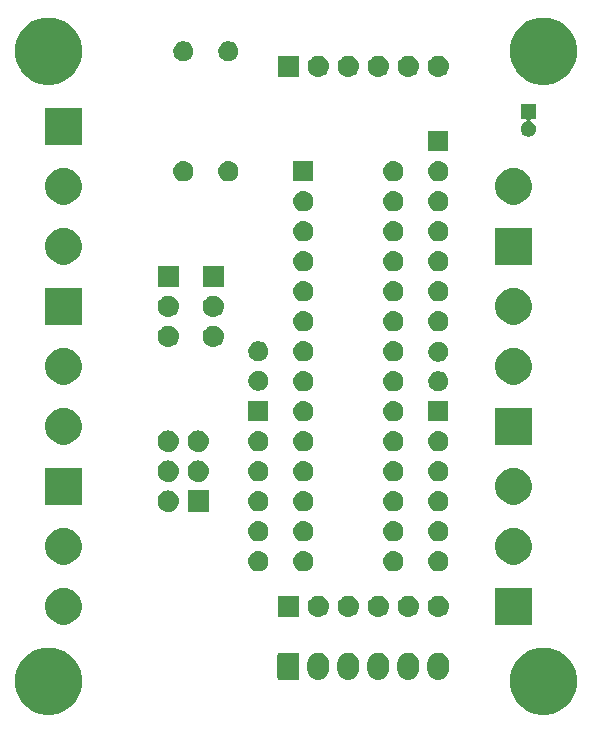
<source format=gts>
G04 #@! TF.GenerationSoftware,KiCad,Pcbnew,(5.0.2)-1*
G04 #@! TF.CreationDate,2019-01-02T23:13:23+01:00*
G04 #@! TF.ProjectId,ArduinoS88,41726475-696e-46f5-9338-382e6b696361,rev?*
G04 #@! TF.SameCoordinates,Original*
G04 #@! TF.FileFunction,Soldermask,Top*
G04 #@! TF.FilePolarity,Negative*
%FSLAX46Y46*%
G04 Gerber Fmt 4.6, Leading zero omitted, Abs format (unit mm)*
G04 Created by KiCad (PCBNEW (5.0.2)-1) date 02.01.2019 23:13:23*
%MOMM*%
%LPD*%
G01*
G04 APERTURE LIST*
%ADD10C,0.100000*%
G04 APERTURE END LIST*
D10*
G36*
X116126202Y-79753781D02*
X116401606Y-79808562D01*
X116920455Y-80023476D01*
X117195668Y-80207368D01*
X117387410Y-80335486D01*
X117784514Y-80732590D01*
X117784516Y-80732593D01*
X118096524Y-81199545D01*
X118311438Y-81718394D01*
X118421000Y-82269201D01*
X118421000Y-82830799D01*
X118311438Y-83381606D01*
X118096524Y-83900455D01*
X117786620Y-84364259D01*
X117784514Y-84367410D01*
X117387410Y-84764514D01*
X117387407Y-84764516D01*
X116920455Y-85076524D01*
X116401606Y-85291438D01*
X116126202Y-85346219D01*
X115850800Y-85401000D01*
X115289200Y-85401000D01*
X115013798Y-85346219D01*
X114738394Y-85291438D01*
X114219545Y-85076524D01*
X113752593Y-84764516D01*
X113752590Y-84764514D01*
X113355486Y-84367410D01*
X113353380Y-84364259D01*
X113043476Y-83900455D01*
X112828562Y-83381606D01*
X112719000Y-82830799D01*
X112719000Y-82269201D01*
X112828562Y-81718394D01*
X113043476Y-81199545D01*
X113355484Y-80732593D01*
X113355486Y-80732590D01*
X113752590Y-80335486D01*
X113944332Y-80207368D01*
X114219545Y-80023476D01*
X114738394Y-79808562D01*
X115013798Y-79753781D01*
X115289200Y-79699000D01*
X115850800Y-79699000D01*
X116126202Y-79753781D01*
X116126202Y-79753781D01*
G37*
G36*
X74216202Y-79753781D02*
X74491606Y-79808562D01*
X75010455Y-80023476D01*
X75285668Y-80207368D01*
X75477410Y-80335486D01*
X75874514Y-80732590D01*
X75874516Y-80732593D01*
X76186524Y-81199545D01*
X76401438Y-81718394D01*
X76511000Y-82269201D01*
X76511000Y-82830799D01*
X76401438Y-83381606D01*
X76186524Y-83900455D01*
X75876620Y-84364259D01*
X75874514Y-84367410D01*
X75477410Y-84764514D01*
X75477407Y-84764516D01*
X75010455Y-85076524D01*
X74491606Y-85291438D01*
X74216202Y-85346219D01*
X73940800Y-85401000D01*
X73379200Y-85401000D01*
X73103798Y-85346219D01*
X72828394Y-85291438D01*
X72309545Y-85076524D01*
X71842593Y-84764516D01*
X71842590Y-84764514D01*
X71445486Y-84367410D01*
X71443380Y-84364259D01*
X71133476Y-83900455D01*
X70918562Y-83381606D01*
X70809000Y-82830799D01*
X70809000Y-82269201D01*
X70918562Y-81718394D01*
X71133476Y-81199545D01*
X71445484Y-80732593D01*
X71445486Y-80732590D01*
X71842590Y-80335486D01*
X72034332Y-80207368D01*
X72309545Y-80023476D01*
X72828394Y-79808562D01*
X73103798Y-79753781D01*
X73379200Y-79699000D01*
X73940800Y-79699000D01*
X74216202Y-79753781D01*
X74216202Y-79753781D01*
G37*
G36*
X104320547Y-80142326D02*
X104436286Y-80177435D01*
X104494157Y-80194990D01*
X104515718Y-80206515D01*
X104654155Y-80280511D01*
X104794396Y-80395604D01*
X104909489Y-80535844D01*
X104949298Y-80610321D01*
X104995010Y-80695842D01*
X105006157Y-80732590D01*
X105047674Y-80869452D01*
X105061000Y-81004756D01*
X105061000Y-81555243D01*
X105047674Y-81690548D01*
X104995010Y-81864157D01*
X104909489Y-82024156D01*
X104794396Y-82164396D01*
X104654156Y-82279489D01*
X104635314Y-82289560D01*
X104494158Y-82365010D01*
X104447551Y-82379148D01*
X104320548Y-82417674D01*
X104140000Y-82435456D01*
X103959453Y-82417674D01*
X103832450Y-82379148D01*
X103785843Y-82365010D01*
X103644687Y-82289560D01*
X103625845Y-82279489D01*
X103485605Y-82164396D01*
X103370512Y-82024156D01*
X103330703Y-81949680D01*
X103284990Y-81864158D01*
X103267435Y-81806287D01*
X103232326Y-81690548D01*
X103219000Y-81555244D01*
X103219000Y-81004757D01*
X103232326Y-80869453D01*
X103284990Y-80695844D01*
X103284990Y-80695843D01*
X103316183Y-80637486D01*
X103370511Y-80535845D01*
X103485604Y-80395604D01*
X103625844Y-80280511D01*
X103762685Y-80207368D01*
X103785842Y-80194990D01*
X103843713Y-80177435D01*
X103959452Y-80142326D01*
X104140000Y-80124544D01*
X104320547Y-80142326D01*
X104320547Y-80142326D01*
G37*
G36*
X101780547Y-80142326D02*
X101896286Y-80177435D01*
X101954157Y-80194990D01*
X101975718Y-80206515D01*
X102114155Y-80280511D01*
X102254396Y-80395604D01*
X102369489Y-80535844D01*
X102409298Y-80610321D01*
X102455010Y-80695842D01*
X102466157Y-80732590D01*
X102507674Y-80869452D01*
X102521000Y-81004756D01*
X102521000Y-81555243D01*
X102507674Y-81690548D01*
X102455010Y-81864157D01*
X102369489Y-82024156D01*
X102254396Y-82164396D01*
X102114156Y-82279489D01*
X102095314Y-82289560D01*
X101954158Y-82365010D01*
X101907551Y-82379148D01*
X101780548Y-82417674D01*
X101600000Y-82435456D01*
X101419453Y-82417674D01*
X101292450Y-82379148D01*
X101245843Y-82365010D01*
X101104687Y-82289560D01*
X101085845Y-82279489D01*
X100945605Y-82164396D01*
X100830512Y-82024156D01*
X100790703Y-81949680D01*
X100744990Y-81864158D01*
X100727435Y-81806287D01*
X100692326Y-81690548D01*
X100679000Y-81555244D01*
X100679000Y-81004757D01*
X100692326Y-80869453D01*
X100744990Y-80695844D01*
X100744990Y-80695843D01*
X100776183Y-80637486D01*
X100830511Y-80535845D01*
X100945604Y-80395604D01*
X101085844Y-80280511D01*
X101222685Y-80207368D01*
X101245842Y-80194990D01*
X101303713Y-80177435D01*
X101419452Y-80142326D01*
X101600000Y-80124544D01*
X101780547Y-80142326D01*
X101780547Y-80142326D01*
G37*
G36*
X99240547Y-80142326D02*
X99356286Y-80177435D01*
X99414157Y-80194990D01*
X99435718Y-80206515D01*
X99574155Y-80280511D01*
X99714396Y-80395604D01*
X99829489Y-80535844D01*
X99869298Y-80610321D01*
X99915010Y-80695842D01*
X99926157Y-80732590D01*
X99967674Y-80869452D01*
X99981000Y-81004756D01*
X99981000Y-81555243D01*
X99967674Y-81690548D01*
X99915010Y-81864157D01*
X99829489Y-82024156D01*
X99714396Y-82164396D01*
X99574156Y-82279489D01*
X99555314Y-82289560D01*
X99414158Y-82365010D01*
X99367551Y-82379148D01*
X99240548Y-82417674D01*
X99060000Y-82435456D01*
X98879453Y-82417674D01*
X98752450Y-82379148D01*
X98705843Y-82365010D01*
X98564687Y-82289560D01*
X98545845Y-82279489D01*
X98405605Y-82164396D01*
X98290512Y-82024156D01*
X98250703Y-81949680D01*
X98204990Y-81864158D01*
X98187435Y-81806287D01*
X98152326Y-81690548D01*
X98139000Y-81555244D01*
X98139000Y-81004757D01*
X98152326Y-80869453D01*
X98204990Y-80695844D01*
X98204990Y-80695843D01*
X98236183Y-80637486D01*
X98290511Y-80535845D01*
X98405604Y-80395604D01*
X98545844Y-80280511D01*
X98682685Y-80207368D01*
X98705842Y-80194990D01*
X98763713Y-80177435D01*
X98879452Y-80142326D01*
X99060000Y-80124544D01*
X99240547Y-80142326D01*
X99240547Y-80142326D01*
G37*
G36*
X96700547Y-80142326D02*
X96816286Y-80177435D01*
X96874157Y-80194990D01*
X96895718Y-80206515D01*
X97034155Y-80280511D01*
X97174396Y-80395604D01*
X97289489Y-80535844D01*
X97329298Y-80610321D01*
X97375010Y-80695842D01*
X97386157Y-80732590D01*
X97427674Y-80869452D01*
X97441000Y-81004756D01*
X97441000Y-81555243D01*
X97427674Y-81690548D01*
X97375010Y-81864157D01*
X97289489Y-82024156D01*
X97174396Y-82164396D01*
X97034156Y-82279489D01*
X97015314Y-82289560D01*
X96874158Y-82365010D01*
X96827551Y-82379148D01*
X96700548Y-82417674D01*
X96520000Y-82435456D01*
X96339453Y-82417674D01*
X96212450Y-82379148D01*
X96165843Y-82365010D01*
X96024687Y-82289560D01*
X96005845Y-82279489D01*
X95865605Y-82164396D01*
X95750512Y-82024156D01*
X95710703Y-81949680D01*
X95664990Y-81864158D01*
X95647435Y-81806287D01*
X95612326Y-81690548D01*
X95599000Y-81555244D01*
X95599000Y-81004757D01*
X95612326Y-80869453D01*
X95664990Y-80695844D01*
X95664990Y-80695843D01*
X95696183Y-80637486D01*
X95750511Y-80535845D01*
X95865604Y-80395604D01*
X96005844Y-80280511D01*
X96142685Y-80207368D01*
X96165842Y-80194990D01*
X96223713Y-80177435D01*
X96339452Y-80142326D01*
X96520000Y-80124544D01*
X96700547Y-80142326D01*
X96700547Y-80142326D01*
G37*
G36*
X106860547Y-80142326D02*
X106976286Y-80177435D01*
X107034157Y-80194990D01*
X107055718Y-80206515D01*
X107194155Y-80280511D01*
X107334396Y-80395604D01*
X107449489Y-80535844D01*
X107489298Y-80610321D01*
X107535010Y-80695842D01*
X107546157Y-80732590D01*
X107587674Y-80869452D01*
X107601000Y-81004756D01*
X107601000Y-81555243D01*
X107587674Y-81690548D01*
X107535010Y-81864157D01*
X107449489Y-82024156D01*
X107334396Y-82164396D01*
X107194156Y-82279489D01*
X107175314Y-82289560D01*
X107034158Y-82365010D01*
X106987551Y-82379148D01*
X106860548Y-82417674D01*
X106680000Y-82435456D01*
X106499453Y-82417674D01*
X106372450Y-82379148D01*
X106325843Y-82365010D01*
X106184687Y-82289560D01*
X106165845Y-82279489D01*
X106025605Y-82164396D01*
X105910512Y-82024156D01*
X105870703Y-81949680D01*
X105824990Y-81864158D01*
X105807435Y-81806287D01*
X105772326Y-81690548D01*
X105759000Y-81555244D01*
X105759000Y-81004757D01*
X105772326Y-80869453D01*
X105824990Y-80695844D01*
X105824990Y-80695843D01*
X105856183Y-80637486D01*
X105910511Y-80535845D01*
X106025604Y-80395604D01*
X106165844Y-80280511D01*
X106302685Y-80207368D01*
X106325842Y-80194990D01*
X106383713Y-80177435D01*
X106499452Y-80142326D01*
X106680000Y-80124544D01*
X106860547Y-80142326D01*
X106860547Y-80142326D01*
G37*
G36*
X94759560Y-80132966D02*
X94792383Y-80142923D01*
X94822632Y-80159092D01*
X94849148Y-80180852D01*
X94870908Y-80207368D01*
X94887077Y-80237617D01*
X94897034Y-80270440D01*
X94901000Y-80310712D01*
X94901000Y-82249288D01*
X94897034Y-82289560D01*
X94887077Y-82322383D01*
X94870908Y-82352632D01*
X94849148Y-82379148D01*
X94822632Y-82400908D01*
X94792383Y-82417077D01*
X94759560Y-82427034D01*
X94719288Y-82431000D01*
X93240712Y-82431000D01*
X93200440Y-82427034D01*
X93167617Y-82417077D01*
X93137368Y-82400908D01*
X93110852Y-82379148D01*
X93089092Y-82352632D01*
X93072923Y-82322383D01*
X93062966Y-82289560D01*
X93059000Y-82249288D01*
X93059000Y-80310712D01*
X93062966Y-80270440D01*
X93072923Y-80237617D01*
X93089092Y-80207368D01*
X93110852Y-80180852D01*
X93137368Y-80159092D01*
X93167617Y-80142923D01*
X93200440Y-80132966D01*
X93240712Y-80129000D01*
X94719288Y-80129000D01*
X94759560Y-80132966D01*
X94759560Y-80132966D01*
G37*
G36*
X75282527Y-74688736D02*
X75382410Y-74708604D01*
X75664674Y-74825521D01*
X75918705Y-74995259D01*
X76134741Y-75211295D01*
X76304479Y-75465326D01*
X76421396Y-75747590D01*
X76481000Y-76047240D01*
X76481000Y-76352760D01*
X76421396Y-76652410D01*
X76304479Y-76934674D01*
X76134741Y-77188705D01*
X75918705Y-77404741D01*
X75664674Y-77574479D01*
X75382410Y-77691396D01*
X75282527Y-77711264D01*
X75082762Y-77751000D01*
X74777238Y-77751000D01*
X74577473Y-77711264D01*
X74477590Y-77691396D01*
X74195326Y-77574479D01*
X73941295Y-77404741D01*
X73725259Y-77188705D01*
X73555521Y-76934674D01*
X73438604Y-76652410D01*
X73379000Y-76352760D01*
X73379000Y-76047240D01*
X73438604Y-75747590D01*
X73555521Y-75465326D01*
X73725259Y-75211295D01*
X73941295Y-74995259D01*
X74195326Y-74825521D01*
X74477590Y-74708604D01*
X74577473Y-74688736D01*
X74777238Y-74649000D01*
X75082762Y-74649000D01*
X75282527Y-74688736D01*
X75282527Y-74688736D01*
G37*
G36*
X114581000Y-77751000D02*
X111479000Y-77751000D01*
X111479000Y-74649000D01*
X114581000Y-74649000D01*
X114581000Y-77751000D01*
X114581000Y-77751000D01*
G37*
G36*
X106790442Y-75305518D02*
X106856627Y-75312037D01*
X106969853Y-75346384D01*
X107026467Y-75363557D01*
X107165087Y-75437652D01*
X107182991Y-75447222D01*
X107205053Y-75465328D01*
X107320186Y-75559814D01*
X107403448Y-75661271D01*
X107432778Y-75697009D01*
X107432779Y-75697011D01*
X107516443Y-75853533D01*
X107516443Y-75853534D01*
X107567963Y-76023373D01*
X107585359Y-76200000D01*
X107567963Y-76376627D01*
X107533616Y-76489853D01*
X107516443Y-76546467D01*
X107459815Y-76652409D01*
X107432778Y-76702991D01*
X107403448Y-76738729D01*
X107320186Y-76840186D01*
X107218729Y-76923448D01*
X107182991Y-76952778D01*
X107182989Y-76952779D01*
X107026467Y-77036443D01*
X106969853Y-77053616D01*
X106856627Y-77087963D01*
X106790442Y-77094482D01*
X106724260Y-77101000D01*
X106635740Y-77101000D01*
X106569558Y-77094482D01*
X106503373Y-77087963D01*
X106390147Y-77053616D01*
X106333533Y-77036443D01*
X106177011Y-76952779D01*
X106177009Y-76952778D01*
X106141271Y-76923448D01*
X106039814Y-76840186D01*
X105956552Y-76738729D01*
X105927222Y-76702991D01*
X105900185Y-76652409D01*
X105843557Y-76546467D01*
X105826384Y-76489853D01*
X105792037Y-76376627D01*
X105774641Y-76200000D01*
X105792037Y-76023373D01*
X105843557Y-75853534D01*
X105843557Y-75853533D01*
X105927221Y-75697011D01*
X105927222Y-75697009D01*
X105956552Y-75661271D01*
X106039814Y-75559814D01*
X106154947Y-75465328D01*
X106177009Y-75447222D01*
X106194913Y-75437652D01*
X106333533Y-75363557D01*
X106390147Y-75346384D01*
X106503373Y-75312037D01*
X106569558Y-75305518D01*
X106635740Y-75299000D01*
X106724260Y-75299000D01*
X106790442Y-75305518D01*
X106790442Y-75305518D01*
G37*
G36*
X94881000Y-77101000D02*
X93079000Y-77101000D01*
X93079000Y-75299000D01*
X94881000Y-75299000D01*
X94881000Y-77101000D01*
X94881000Y-77101000D01*
G37*
G36*
X96630442Y-75305518D02*
X96696627Y-75312037D01*
X96809853Y-75346384D01*
X96866467Y-75363557D01*
X97005087Y-75437652D01*
X97022991Y-75447222D01*
X97045053Y-75465328D01*
X97160186Y-75559814D01*
X97243448Y-75661271D01*
X97272778Y-75697009D01*
X97272779Y-75697011D01*
X97356443Y-75853533D01*
X97356443Y-75853534D01*
X97407963Y-76023373D01*
X97425359Y-76200000D01*
X97407963Y-76376627D01*
X97373616Y-76489853D01*
X97356443Y-76546467D01*
X97299815Y-76652409D01*
X97272778Y-76702991D01*
X97243448Y-76738729D01*
X97160186Y-76840186D01*
X97058729Y-76923448D01*
X97022991Y-76952778D01*
X97022989Y-76952779D01*
X96866467Y-77036443D01*
X96809853Y-77053616D01*
X96696627Y-77087963D01*
X96630442Y-77094482D01*
X96564260Y-77101000D01*
X96475740Y-77101000D01*
X96409558Y-77094482D01*
X96343373Y-77087963D01*
X96230147Y-77053616D01*
X96173533Y-77036443D01*
X96017011Y-76952779D01*
X96017009Y-76952778D01*
X95981271Y-76923448D01*
X95879814Y-76840186D01*
X95796552Y-76738729D01*
X95767222Y-76702991D01*
X95740185Y-76652409D01*
X95683557Y-76546467D01*
X95666384Y-76489853D01*
X95632037Y-76376627D01*
X95614641Y-76200000D01*
X95632037Y-76023373D01*
X95683557Y-75853534D01*
X95683557Y-75853533D01*
X95767221Y-75697011D01*
X95767222Y-75697009D01*
X95796552Y-75661271D01*
X95879814Y-75559814D01*
X95994947Y-75465328D01*
X96017009Y-75447222D01*
X96034913Y-75437652D01*
X96173533Y-75363557D01*
X96230147Y-75346384D01*
X96343373Y-75312037D01*
X96409558Y-75305518D01*
X96475740Y-75299000D01*
X96564260Y-75299000D01*
X96630442Y-75305518D01*
X96630442Y-75305518D01*
G37*
G36*
X99170442Y-75305518D02*
X99236627Y-75312037D01*
X99349853Y-75346384D01*
X99406467Y-75363557D01*
X99545087Y-75437652D01*
X99562991Y-75447222D01*
X99585053Y-75465328D01*
X99700186Y-75559814D01*
X99783448Y-75661271D01*
X99812778Y-75697009D01*
X99812779Y-75697011D01*
X99896443Y-75853533D01*
X99896443Y-75853534D01*
X99947963Y-76023373D01*
X99965359Y-76200000D01*
X99947963Y-76376627D01*
X99913616Y-76489853D01*
X99896443Y-76546467D01*
X99839815Y-76652409D01*
X99812778Y-76702991D01*
X99783448Y-76738729D01*
X99700186Y-76840186D01*
X99598729Y-76923448D01*
X99562991Y-76952778D01*
X99562989Y-76952779D01*
X99406467Y-77036443D01*
X99349853Y-77053616D01*
X99236627Y-77087963D01*
X99170442Y-77094482D01*
X99104260Y-77101000D01*
X99015740Y-77101000D01*
X98949558Y-77094482D01*
X98883373Y-77087963D01*
X98770147Y-77053616D01*
X98713533Y-77036443D01*
X98557011Y-76952779D01*
X98557009Y-76952778D01*
X98521271Y-76923448D01*
X98419814Y-76840186D01*
X98336552Y-76738729D01*
X98307222Y-76702991D01*
X98280185Y-76652409D01*
X98223557Y-76546467D01*
X98206384Y-76489853D01*
X98172037Y-76376627D01*
X98154641Y-76200000D01*
X98172037Y-76023373D01*
X98223557Y-75853534D01*
X98223557Y-75853533D01*
X98307221Y-75697011D01*
X98307222Y-75697009D01*
X98336552Y-75661271D01*
X98419814Y-75559814D01*
X98534947Y-75465328D01*
X98557009Y-75447222D01*
X98574913Y-75437652D01*
X98713533Y-75363557D01*
X98770147Y-75346384D01*
X98883373Y-75312037D01*
X98949558Y-75305518D01*
X99015740Y-75299000D01*
X99104260Y-75299000D01*
X99170442Y-75305518D01*
X99170442Y-75305518D01*
G37*
G36*
X101710442Y-75305518D02*
X101776627Y-75312037D01*
X101889853Y-75346384D01*
X101946467Y-75363557D01*
X102085087Y-75437652D01*
X102102991Y-75447222D01*
X102125053Y-75465328D01*
X102240186Y-75559814D01*
X102323448Y-75661271D01*
X102352778Y-75697009D01*
X102352779Y-75697011D01*
X102436443Y-75853533D01*
X102436443Y-75853534D01*
X102487963Y-76023373D01*
X102505359Y-76200000D01*
X102487963Y-76376627D01*
X102453616Y-76489853D01*
X102436443Y-76546467D01*
X102379815Y-76652409D01*
X102352778Y-76702991D01*
X102323448Y-76738729D01*
X102240186Y-76840186D01*
X102138729Y-76923448D01*
X102102991Y-76952778D01*
X102102989Y-76952779D01*
X101946467Y-77036443D01*
X101889853Y-77053616D01*
X101776627Y-77087963D01*
X101710442Y-77094482D01*
X101644260Y-77101000D01*
X101555740Y-77101000D01*
X101489558Y-77094482D01*
X101423373Y-77087963D01*
X101310147Y-77053616D01*
X101253533Y-77036443D01*
X101097011Y-76952779D01*
X101097009Y-76952778D01*
X101061271Y-76923448D01*
X100959814Y-76840186D01*
X100876552Y-76738729D01*
X100847222Y-76702991D01*
X100820185Y-76652409D01*
X100763557Y-76546467D01*
X100746384Y-76489853D01*
X100712037Y-76376627D01*
X100694641Y-76200000D01*
X100712037Y-76023373D01*
X100763557Y-75853534D01*
X100763557Y-75853533D01*
X100847221Y-75697011D01*
X100847222Y-75697009D01*
X100876552Y-75661271D01*
X100959814Y-75559814D01*
X101074947Y-75465328D01*
X101097009Y-75447222D01*
X101114913Y-75437652D01*
X101253533Y-75363557D01*
X101310147Y-75346384D01*
X101423373Y-75312037D01*
X101489558Y-75305518D01*
X101555740Y-75299000D01*
X101644260Y-75299000D01*
X101710442Y-75305518D01*
X101710442Y-75305518D01*
G37*
G36*
X104250442Y-75305518D02*
X104316627Y-75312037D01*
X104429853Y-75346384D01*
X104486467Y-75363557D01*
X104625087Y-75437652D01*
X104642991Y-75447222D01*
X104665053Y-75465328D01*
X104780186Y-75559814D01*
X104863448Y-75661271D01*
X104892778Y-75697009D01*
X104892779Y-75697011D01*
X104976443Y-75853533D01*
X104976443Y-75853534D01*
X105027963Y-76023373D01*
X105045359Y-76200000D01*
X105027963Y-76376627D01*
X104993616Y-76489853D01*
X104976443Y-76546467D01*
X104919815Y-76652409D01*
X104892778Y-76702991D01*
X104863448Y-76738729D01*
X104780186Y-76840186D01*
X104678729Y-76923448D01*
X104642991Y-76952778D01*
X104642989Y-76952779D01*
X104486467Y-77036443D01*
X104429853Y-77053616D01*
X104316627Y-77087963D01*
X104250442Y-77094482D01*
X104184260Y-77101000D01*
X104095740Y-77101000D01*
X104029558Y-77094482D01*
X103963373Y-77087963D01*
X103850147Y-77053616D01*
X103793533Y-77036443D01*
X103637011Y-76952779D01*
X103637009Y-76952778D01*
X103601271Y-76923448D01*
X103499814Y-76840186D01*
X103416552Y-76738729D01*
X103387222Y-76702991D01*
X103360185Y-76652409D01*
X103303557Y-76546467D01*
X103286384Y-76489853D01*
X103252037Y-76376627D01*
X103234641Y-76200000D01*
X103252037Y-76023373D01*
X103303557Y-75853534D01*
X103303557Y-75853533D01*
X103387221Y-75697011D01*
X103387222Y-75697009D01*
X103416552Y-75661271D01*
X103499814Y-75559814D01*
X103614947Y-75465328D01*
X103637009Y-75447222D01*
X103654913Y-75437652D01*
X103793533Y-75363557D01*
X103850147Y-75346384D01*
X103963373Y-75312037D01*
X104029558Y-75305518D01*
X104095740Y-75299000D01*
X104184260Y-75299000D01*
X104250442Y-75305518D01*
X104250442Y-75305518D01*
G37*
G36*
X91606821Y-71551313D02*
X91606824Y-71551314D01*
X91606825Y-71551314D01*
X91767239Y-71599975D01*
X91767241Y-71599976D01*
X91767244Y-71599977D01*
X91915078Y-71678995D01*
X92044659Y-71785341D01*
X92151005Y-71914922D01*
X92230023Y-72062756D01*
X92230024Y-72062759D01*
X92230025Y-72062761D01*
X92278686Y-72223175D01*
X92278687Y-72223179D01*
X92295117Y-72390000D01*
X92278687Y-72556821D01*
X92230023Y-72717244D01*
X92151005Y-72865078D01*
X92044659Y-72994659D01*
X91915078Y-73101005D01*
X91767244Y-73180023D01*
X91767241Y-73180024D01*
X91767239Y-73180025D01*
X91606825Y-73228686D01*
X91606824Y-73228686D01*
X91606821Y-73228687D01*
X91481804Y-73241000D01*
X91398196Y-73241000D01*
X91273179Y-73228687D01*
X91273176Y-73228686D01*
X91273175Y-73228686D01*
X91112761Y-73180025D01*
X91112759Y-73180024D01*
X91112756Y-73180023D01*
X90964922Y-73101005D01*
X90835341Y-72994659D01*
X90728995Y-72865078D01*
X90649977Y-72717244D01*
X90601313Y-72556821D01*
X90584883Y-72390000D01*
X90601313Y-72223179D01*
X90601314Y-72223175D01*
X90649975Y-72062761D01*
X90649976Y-72062759D01*
X90649977Y-72062756D01*
X90728995Y-71914922D01*
X90835341Y-71785341D01*
X90964922Y-71678995D01*
X91112756Y-71599977D01*
X91112759Y-71599976D01*
X91112761Y-71599975D01*
X91273175Y-71551314D01*
X91273176Y-71551314D01*
X91273179Y-71551313D01*
X91398196Y-71539000D01*
X91481804Y-71539000D01*
X91606821Y-71551313D01*
X91606821Y-71551313D01*
G37*
G36*
X106846821Y-71551313D02*
X106846824Y-71551314D01*
X106846825Y-71551314D01*
X107007239Y-71599975D01*
X107007241Y-71599976D01*
X107007244Y-71599977D01*
X107155078Y-71678995D01*
X107284659Y-71785341D01*
X107391005Y-71914922D01*
X107470023Y-72062756D01*
X107470024Y-72062759D01*
X107470025Y-72062761D01*
X107518686Y-72223175D01*
X107518687Y-72223179D01*
X107535117Y-72390000D01*
X107518687Y-72556821D01*
X107470023Y-72717244D01*
X107391005Y-72865078D01*
X107284659Y-72994659D01*
X107155078Y-73101005D01*
X107007244Y-73180023D01*
X107007241Y-73180024D01*
X107007239Y-73180025D01*
X106846825Y-73228686D01*
X106846824Y-73228686D01*
X106846821Y-73228687D01*
X106721804Y-73241000D01*
X106638196Y-73241000D01*
X106513179Y-73228687D01*
X106513176Y-73228686D01*
X106513175Y-73228686D01*
X106352761Y-73180025D01*
X106352759Y-73180024D01*
X106352756Y-73180023D01*
X106204922Y-73101005D01*
X106075341Y-72994659D01*
X105968995Y-72865078D01*
X105889977Y-72717244D01*
X105841313Y-72556821D01*
X105824883Y-72390000D01*
X105841313Y-72223179D01*
X105841314Y-72223175D01*
X105889975Y-72062761D01*
X105889976Y-72062759D01*
X105889977Y-72062756D01*
X105968995Y-71914922D01*
X106075341Y-71785341D01*
X106204922Y-71678995D01*
X106352756Y-71599977D01*
X106352759Y-71599976D01*
X106352761Y-71599975D01*
X106513175Y-71551314D01*
X106513176Y-71551314D01*
X106513179Y-71551313D01*
X106638196Y-71539000D01*
X106721804Y-71539000D01*
X106846821Y-71551313D01*
X106846821Y-71551313D01*
G37*
G36*
X95416821Y-71551313D02*
X95416824Y-71551314D01*
X95416825Y-71551314D01*
X95577239Y-71599975D01*
X95577241Y-71599976D01*
X95577244Y-71599977D01*
X95725078Y-71678995D01*
X95854659Y-71785341D01*
X95961005Y-71914922D01*
X96040023Y-72062756D01*
X96040024Y-72062759D01*
X96040025Y-72062761D01*
X96088686Y-72223175D01*
X96088687Y-72223179D01*
X96105117Y-72390000D01*
X96088687Y-72556821D01*
X96040023Y-72717244D01*
X95961005Y-72865078D01*
X95854659Y-72994659D01*
X95725078Y-73101005D01*
X95577244Y-73180023D01*
X95577241Y-73180024D01*
X95577239Y-73180025D01*
X95416825Y-73228686D01*
X95416824Y-73228686D01*
X95416821Y-73228687D01*
X95291804Y-73241000D01*
X95208196Y-73241000D01*
X95083179Y-73228687D01*
X95083176Y-73228686D01*
X95083175Y-73228686D01*
X94922761Y-73180025D01*
X94922759Y-73180024D01*
X94922756Y-73180023D01*
X94774922Y-73101005D01*
X94645341Y-72994659D01*
X94538995Y-72865078D01*
X94459977Y-72717244D01*
X94411313Y-72556821D01*
X94394883Y-72390000D01*
X94411313Y-72223179D01*
X94411314Y-72223175D01*
X94459975Y-72062761D01*
X94459976Y-72062759D01*
X94459977Y-72062756D01*
X94538995Y-71914922D01*
X94645341Y-71785341D01*
X94774922Y-71678995D01*
X94922756Y-71599977D01*
X94922759Y-71599976D01*
X94922761Y-71599975D01*
X95083175Y-71551314D01*
X95083176Y-71551314D01*
X95083179Y-71551313D01*
X95208196Y-71539000D01*
X95291804Y-71539000D01*
X95416821Y-71551313D01*
X95416821Y-71551313D01*
G37*
G36*
X103036821Y-71551313D02*
X103036824Y-71551314D01*
X103036825Y-71551314D01*
X103197239Y-71599975D01*
X103197241Y-71599976D01*
X103197244Y-71599977D01*
X103345078Y-71678995D01*
X103474659Y-71785341D01*
X103581005Y-71914922D01*
X103660023Y-72062756D01*
X103660024Y-72062759D01*
X103660025Y-72062761D01*
X103708686Y-72223175D01*
X103708687Y-72223179D01*
X103725117Y-72390000D01*
X103708687Y-72556821D01*
X103660023Y-72717244D01*
X103581005Y-72865078D01*
X103474659Y-72994659D01*
X103345078Y-73101005D01*
X103197244Y-73180023D01*
X103197241Y-73180024D01*
X103197239Y-73180025D01*
X103036825Y-73228686D01*
X103036824Y-73228686D01*
X103036821Y-73228687D01*
X102911804Y-73241000D01*
X102828196Y-73241000D01*
X102703179Y-73228687D01*
X102703176Y-73228686D01*
X102703175Y-73228686D01*
X102542761Y-73180025D01*
X102542759Y-73180024D01*
X102542756Y-73180023D01*
X102394922Y-73101005D01*
X102265341Y-72994659D01*
X102158995Y-72865078D01*
X102079977Y-72717244D01*
X102031313Y-72556821D01*
X102014883Y-72390000D01*
X102031313Y-72223179D01*
X102031314Y-72223175D01*
X102079975Y-72062761D01*
X102079976Y-72062759D01*
X102079977Y-72062756D01*
X102158995Y-71914922D01*
X102265341Y-71785341D01*
X102394922Y-71678995D01*
X102542756Y-71599977D01*
X102542759Y-71599976D01*
X102542761Y-71599975D01*
X102703175Y-71551314D01*
X102703176Y-71551314D01*
X102703179Y-71551313D01*
X102828196Y-71539000D01*
X102911804Y-71539000D01*
X103036821Y-71551313D01*
X103036821Y-71551313D01*
G37*
G36*
X113382527Y-69608736D02*
X113482410Y-69628604D01*
X113764674Y-69745521D01*
X114018705Y-69915259D01*
X114234741Y-70131295D01*
X114404479Y-70385326D01*
X114521396Y-70667590D01*
X114581000Y-70967240D01*
X114581000Y-71272760D01*
X114521396Y-71572410D01*
X114404479Y-71854674D01*
X114234741Y-72108705D01*
X114018705Y-72324741D01*
X113764674Y-72494479D01*
X113482410Y-72611396D01*
X113382527Y-72631264D01*
X113182762Y-72671000D01*
X112877238Y-72671000D01*
X112677473Y-72631264D01*
X112577590Y-72611396D01*
X112295326Y-72494479D01*
X112041295Y-72324741D01*
X111825259Y-72108705D01*
X111655521Y-71854674D01*
X111538604Y-71572410D01*
X111479000Y-71272760D01*
X111479000Y-70967240D01*
X111538604Y-70667590D01*
X111655521Y-70385326D01*
X111825259Y-70131295D01*
X112041295Y-69915259D01*
X112295326Y-69745521D01*
X112577590Y-69628604D01*
X112677473Y-69608736D01*
X112877238Y-69569000D01*
X113182762Y-69569000D01*
X113382527Y-69608736D01*
X113382527Y-69608736D01*
G37*
G36*
X75282527Y-69608736D02*
X75382410Y-69628604D01*
X75664674Y-69745521D01*
X75918705Y-69915259D01*
X76134741Y-70131295D01*
X76304479Y-70385326D01*
X76421396Y-70667590D01*
X76481000Y-70967240D01*
X76481000Y-71272760D01*
X76421396Y-71572410D01*
X76304479Y-71854674D01*
X76134741Y-72108705D01*
X75918705Y-72324741D01*
X75664674Y-72494479D01*
X75382410Y-72611396D01*
X75282527Y-72631264D01*
X75082762Y-72671000D01*
X74777238Y-72671000D01*
X74577473Y-72631264D01*
X74477590Y-72611396D01*
X74195326Y-72494479D01*
X73941295Y-72324741D01*
X73725259Y-72108705D01*
X73555521Y-71854674D01*
X73438604Y-71572410D01*
X73379000Y-71272760D01*
X73379000Y-70967240D01*
X73438604Y-70667590D01*
X73555521Y-70385326D01*
X73725259Y-70131295D01*
X73941295Y-69915259D01*
X74195326Y-69745521D01*
X74477590Y-69628604D01*
X74577473Y-69608736D01*
X74777238Y-69569000D01*
X75082762Y-69569000D01*
X75282527Y-69608736D01*
X75282527Y-69608736D01*
G37*
G36*
X95416821Y-69011313D02*
X95416824Y-69011314D01*
X95416825Y-69011314D01*
X95577239Y-69059975D01*
X95577241Y-69059976D01*
X95577244Y-69059977D01*
X95725078Y-69138995D01*
X95854659Y-69245341D01*
X95961005Y-69374922D01*
X96040023Y-69522756D01*
X96088687Y-69683179D01*
X96105117Y-69850000D01*
X96088687Y-70016821D01*
X96088686Y-70016824D01*
X96088686Y-70016825D01*
X96053963Y-70131293D01*
X96040023Y-70177244D01*
X95961005Y-70325078D01*
X95854659Y-70454659D01*
X95725078Y-70561005D01*
X95577244Y-70640023D01*
X95577241Y-70640024D01*
X95577239Y-70640025D01*
X95416825Y-70688686D01*
X95416824Y-70688686D01*
X95416821Y-70688687D01*
X95291804Y-70701000D01*
X95208196Y-70701000D01*
X95083179Y-70688687D01*
X95083176Y-70688686D01*
X95083175Y-70688686D01*
X94922761Y-70640025D01*
X94922759Y-70640024D01*
X94922756Y-70640023D01*
X94774922Y-70561005D01*
X94645341Y-70454659D01*
X94538995Y-70325078D01*
X94459977Y-70177244D01*
X94446038Y-70131293D01*
X94411314Y-70016825D01*
X94411314Y-70016824D01*
X94411313Y-70016821D01*
X94394883Y-69850000D01*
X94411313Y-69683179D01*
X94459977Y-69522756D01*
X94538995Y-69374922D01*
X94645341Y-69245341D01*
X94774922Y-69138995D01*
X94922756Y-69059977D01*
X94922759Y-69059976D01*
X94922761Y-69059975D01*
X95083175Y-69011314D01*
X95083176Y-69011314D01*
X95083179Y-69011313D01*
X95208196Y-68999000D01*
X95291804Y-68999000D01*
X95416821Y-69011313D01*
X95416821Y-69011313D01*
G37*
G36*
X103036821Y-69011313D02*
X103036824Y-69011314D01*
X103036825Y-69011314D01*
X103197239Y-69059975D01*
X103197241Y-69059976D01*
X103197244Y-69059977D01*
X103345078Y-69138995D01*
X103474659Y-69245341D01*
X103581005Y-69374922D01*
X103660023Y-69522756D01*
X103708687Y-69683179D01*
X103725117Y-69850000D01*
X103708687Y-70016821D01*
X103708686Y-70016824D01*
X103708686Y-70016825D01*
X103673963Y-70131293D01*
X103660023Y-70177244D01*
X103581005Y-70325078D01*
X103474659Y-70454659D01*
X103345078Y-70561005D01*
X103197244Y-70640023D01*
X103197241Y-70640024D01*
X103197239Y-70640025D01*
X103036825Y-70688686D01*
X103036824Y-70688686D01*
X103036821Y-70688687D01*
X102911804Y-70701000D01*
X102828196Y-70701000D01*
X102703179Y-70688687D01*
X102703176Y-70688686D01*
X102703175Y-70688686D01*
X102542761Y-70640025D01*
X102542759Y-70640024D01*
X102542756Y-70640023D01*
X102394922Y-70561005D01*
X102265341Y-70454659D01*
X102158995Y-70325078D01*
X102079977Y-70177244D01*
X102066038Y-70131293D01*
X102031314Y-70016825D01*
X102031314Y-70016824D01*
X102031313Y-70016821D01*
X102014883Y-69850000D01*
X102031313Y-69683179D01*
X102079977Y-69522756D01*
X102158995Y-69374922D01*
X102265341Y-69245341D01*
X102394922Y-69138995D01*
X102542756Y-69059977D01*
X102542759Y-69059976D01*
X102542761Y-69059975D01*
X102703175Y-69011314D01*
X102703176Y-69011314D01*
X102703179Y-69011313D01*
X102828196Y-68999000D01*
X102911804Y-68999000D01*
X103036821Y-69011313D01*
X103036821Y-69011313D01*
G37*
G36*
X91606821Y-69011313D02*
X91606824Y-69011314D01*
X91606825Y-69011314D01*
X91767239Y-69059975D01*
X91767241Y-69059976D01*
X91767244Y-69059977D01*
X91915078Y-69138995D01*
X92044659Y-69245341D01*
X92151005Y-69374922D01*
X92230023Y-69522756D01*
X92278687Y-69683179D01*
X92295117Y-69850000D01*
X92278687Y-70016821D01*
X92278686Y-70016824D01*
X92278686Y-70016825D01*
X92243963Y-70131293D01*
X92230023Y-70177244D01*
X92151005Y-70325078D01*
X92044659Y-70454659D01*
X91915078Y-70561005D01*
X91767244Y-70640023D01*
X91767241Y-70640024D01*
X91767239Y-70640025D01*
X91606825Y-70688686D01*
X91606824Y-70688686D01*
X91606821Y-70688687D01*
X91481804Y-70701000D01*
X91398196Y-70701000D01*
X91273179Y-70688687D01*
X91273176Y-70688686D01*
X91273175Y-70688686D01*
X91112761Y-70640025D01*
X91112759Y-70640024D01*
X91112756Y-70640023D01*
X90964922Y-70561005D01*
X90835341Y-70454659D01*
X90728995Y-70325078D01*
X90649977Y-70177244D01*
X90636038Y-70131293D01*
X90601314Y-70016825D01*
X90601314Y-70016824D01*
X90601313Y-70016821D01*
X90584883Y-69850000D01*
X90601313Y-69683179D01*
X90649977Y-69522756D01*
X90728995Y-69374922D01*
X90835341Y-69245341D01*
X90964922Y-69138995D01*
X91112756Y-69059977D01*
X91112759Y-69059976D01*
X91112761Y-69059975D01*
X91273175Y-69011314D01*
X91273176Y-69011314D01*
X91273179Y-69011313D01*
X91398196Y-68999000D01*
X91481804Y-68999000D01*
X91606821Y-69011313D01*
X91606821Y-69011313D01*
G37*
G36*
X106846821Y-69011313D02*
X106846824Y-69011314D01*
X106846825Y-69011314D01*
X107007239Y-69059975D01*
X107007241Y-69059976D01*
X107007244Y-69059977D01*
X107155078Y-69138995D01*
X107284659Y-69245341D01*
X107391005Y-69374922D01*
X107470023Y-69522756D01*
X107518687Y-69683179D01*
X107535117Y-69850000D01*
X107518687Y-70016821D01*
X107518686Y-70016824D01*
X107518686Y-70016825D01*
X107483963Y-70131293D01*
X107470023Y-70177244D01*
X107391005Y-70325078D01*
X107284659Y-70454659D01*
X107155078Y-70561005D01*
X107007244Y-70640023D01*
X107007241Y-70640024D01*
X107007239Y-70640025D01*
X106846825Y-70688686D01*
X106846824Y-70688686D01*
X106846821Y-70688687D01*
X106721804Y-70701000D01*
X106638196Y-70701000D01*
X106513179Y-70688687D01*
X106513176Y-70688686D01*
X106513175Y-70688686D01*
X106352761Y-70640025D01*
X106352759Y-70640024D01*
X106352756Y-70640023D01*
X106204922Y-70561005D01*
X106075341Y-70454659D01*
X105968995Y-70325078D01*
X105889977Y-70177244D01*
X105876038Y-70131293D01*
X105841314Y-70016825D01*
X105841314Y-70016824D01*
X105841313Y-70016821D01*
X105824883Y-69850000D01*
X105841313Y-69683179D01*
X105889977Y-69522756D01*
X105968995Y-69374922D01*
X106075341Y-69245341D01*
X106204922Y-69138995D01*
X106352756Y-69059977D01*
X106352759Y-69059976D01*
X106352761Y-69059975D01*
X106513175Y-69011314D01*
X106513176Y-69011314D01*
X106513179Y-69011313D01*
X106638196Y-68999000D01*
X106721804Y-68999000D01*
X106846821Y-69011313D01*
X106846821Y-69011313D01*
G37*
G36*
X87274600Y-68224600D02*
X85445400Y-68224600D01*
X85445400Y-66395400D01*
X87274600Y-66395400D01*
X87274600Y-68224600D01*
X87274600Y-68224600D01*
G37*
G36*
X83999294Y-66408633D02*
X84171694Y-66460931D01*
X84171696Y-66460932D01*
X84330583Y-66545859D01*
X84469849Y-66660151D01*
X84584141Y-66799417D01*
X84669068Y-66958304D01*
X84669069Y-66958306D01*
X84721367Y-67130706D01*
X84739025Y-67310000D01*
X84721367Y-67489294D01*
X84669069Y-67661694D01*
X84669068Y-67661696D01*
X84584141Y-67820583D01*
X84469849Y-67959849D01*
X84330583Y-68074141D01*
X84191119Y-68148686D01*
X84171694Y-68159069D01*
X83999294Y-68211367D01*
X83864931Y-68224600D01*
X83775069Y-68224600D01*
X83640706Y-68211367D01*
X83468306Y-68159069D01*
X83448881Y-68148686D01*
X83309417Y-68074141D01*
X83170151Y-67959849D01*
X83055859Y-67820583D01*
X82970932Y-67661696D01*
X82970931Y-67661694D01*
X82918633Y-67489294D01*
X82900975Y-67310000D01*
X82918633Y-67130706D01*
X82970931Y-66958306D01*
X82970932Y-66958304D01*
X83055859Y-66799417D01*
X83170151Y-66660151D01*
X83309417Y-66545859D01*
X83468304Y-66460932D01*
X83468306Y-66460931D01*
X83640706Y-66408633D01*
X83775069Y-66395400D01*
X83864931Y-66395400D01*
X83999294Y-66408633D01*
X83999294Y-66408633D01*
G37*
G36*
X103036821Y-66471313D02*
X103036824Y-66471314D01*
X103036825Y-66471314D01*
X103197239Y-66519975D01*
X103197241Y-66519976D01*
X103197244Y-66519977D01*
X103345078Y-66598995D01*
X103474659Y-66705341D01*
X103581005Y-66834922D01*
X103660023Y-66982756D01*
X103660024Y-66982759D01*
X103660025Y-66982761D01*
X103704904Y-67130707D01*
X103708687Y-67143179D01*
X103725117Y-67310000D01*
X103708687Y-67476821D01*
X103708686Y-67476824D01*
X103708686Y-67476825D01*
X103704904Y-67489294D01*
X103660023Y-67637244D01*
X103581005Y-67785078D01*
X103474659Y-67914659D01*
X103345078Y-68021005D01*
X103197244Y-68100023D01*
X103197241Y-68100024D01*
X103197239Y-68100025D01*
X103036825Y-68148686D01*
X103036824Y-68148686D01*
X103036821Y-68148687D01*
X102911804Y-68161000D01*
X102828196Y-68161000D01*
X102703179Y-68148687D01*
X102703176Y-68148686D01*
X102703175Y-68148686D01*
X102542761Y-68100025D01*
X102542759Y-68100024D01*
X102542756Y-68100023D01*
X102394922Y-68021005D01*
X102265341Y-67914659D01*
X102158995Y-67785078D01*
X102079977Y-67637244D01*
X102035097Y-67489294D01*
X102031314Y-67476825D01*
X102031314Y-67476824D01*
X102031313Y-67476821D01*
X102014883Y-67310000D01*
X102031313Y-67143179D01*
X102035096Y-67130707D01*
X102079975Y-66982761D01*
X102079976Y-66982759D01*
X102079977Y-66982756D01*
X102158995Y-66834922D01*
X102265341Y-66705341D01*
X102394922Y-66598995D01*
X102542756Y-66519977D01*
X102542759Y-66519976D01*
X102542761Y-66519975D01*
X102703175Y-66471314D01*
X102703176Y-66471314D01*
X102703179Y-66471313D01*
X102828196Y-66459000D01*
X102911804Y-66459000D01*
X103036821Y-66471313D01*
X103036821Y-66471313D01*
G37*
G36*
X106846821Y-66471313D02*
X106846824Y-66471314D01*
X106846825Y-66471314D01*
X107007239Y-66519975D01*
X107007241Y-66519976D01*
X107007244Y-66519977D01*
X107155078Y-66598995D01*
X107284659Y-66705341D01*
X107391005Y-66834922D01*
X107470023Y-66982756D01*
X107470024Y-66982759D01*
X107470025Y-66982761D01*
X107514904Y-67130707D01*
X107518687Y-67143179D01*
X107535117Y-67310000D01*
X107518687Y-67476821D01*
X107518686Y-67476824D01*
X107518686Y-67476825D01*
X107514904Y-67489294D01*
X107470023Y-67637244D01*
X107391005Y-67785078D01*
X107284659Y-67914659D01*
X107155078Y-68021005D01*
X107007244Y-68100023D01*
X107007241Y-68100024D01*
X107007239Y-68100025D01*
X106846825Y-68148686D01*
X106846824Y-68148686D01*
X106846821Y-68148687D01*
X106721804Y-68161000D01*
X106638196Y-68161000D01*
X106513179Y-68148687D01*
X106513176Y-68148686D01*
X106513175Y-68148686D01*
X106352761Y-68100025D01*
X106352759Y-68100024D01*
X106352756Y-68100023D01*
X106204922Y-68021005D01*
X106075341Y-67914659D01*
X105968995Y-67785078D01*
X105889977Y-67637244D01*
X105845097Y-67489294D01*
X105841314Y-67476825D01*
X105841314Y-67476824D01*
X105841313Y-67476821D01*
X105824883Y-67310000D01*
X105841313Y-67143179D01*
X105845096Y-67130707D01*
X105889975Y-66982761D01*
X105889976Y-66982759D01*
X105889977Y-66982756D01*
X105968995Y-66834922D01*
X106075341Y-66705341D01*
X106204922Y-66598995D01*
X106352756Y-66519977D01*
X106352759Y-66519976D01*
X106352761Y-66519975D01*
X106513175Y-66471314D01*
X106513176Y-66471314D01*
X106513179Y-66471313D01*
X106638196Y-66459000D01*
X106721804Y-66459000D01*
X106846821Y-66471313D01*
X106846821Y-66471313D01*
G37*
G36*
X95416821Y-66471313D02*
X95416824Y-66471314D01*
X95416825Y-66471314D01*
X95577239Y-66519975D01*
X95577241Y-66519976D01*
X95577244Y-66519977D01*
X95725078Y-66598995D01*
X95854659Y-66705341D01*
X95961005Y-66834922D01*
X96040023Y-66982756D01*
X96040024Y-66982759D01*
X96040025Y-66982761D01*
X96084904Y-67130707D01*
X96088687Y-67143179D01*
X96105117Y-67310000D01*
X96088687Y-67476821D01*
X96088686Y-67476824D01*
X96088686Y-67476825D01*
X96084904Y-67489294D01*
X96040023Y-67637244D01*
X95961005Y-67785078D01*
X95854659Y-67914659D01*
X95725078Y-68021005D01*
X95577244Y-68100023D01*
X95577241Y-68100024D01*
X95577239Y-68100025D01*
X95416825Y-68148686D01*
X95416824Y-68148686D01*
X95416821Y-68148687D01*
X95291804Y-68161000D01*
X95208196Y-68161000D01*
X95083179Y-68148687D01*
X95083176Y-68148686D01*
X95083175Y-68148686D01*
X94922761Y-68100025D01*
X94922759Y-68100024D01*
X94922756Y-68100023D01*
X94774922Y-68021005D01*
X94645341Y-67914659D01*
X94538995Y-67785078D01*
X94459977Y-67637244D01*
X94415097Y-67489294D01*
X94411314Y-67476825D01*
X94411314Y-67476824D01*
X94411313Y-67476821D01*
X94394883Y-67310000D01*
X94411313Y-67143179D01*
X94415096Y-67130707D01*
X94459975Y-66982761D01*
X94459976Y-66982759D01*
X94459977Y-66982756D01*
X94538995Y-66834922D01*
X94645341Y-66705341D01*
X94774922Y-66598995D01*
X94922756Y-66519977D01*
X94922759Y-66519976D01*
X94922761Y-66519975D01*
X95083175Y-66471314D01*
X95083176Y-66471314D01*
X95083179Y-66471313D01*
X95208196Y-66459000D01*
X95291804Y-66459000D01*
X95416821Y-66471313D01*
X95416821Y-66471313D01*
G37*
G36*
X91606821Y-66471313D02*
X91606824Y-66471314D01*
X91606825Y-66471314D01*
X91767239Y-66519975D01*
X91767241Y-66519976D01*
X91767244Y-66519977D01*
X91915078Y-66598995D01*
X92044659Y-66705341D01*
X92151005Y-66834922D01*
X92230023Y-66982756D01*
X92230024Y-66982759D01*
X92230025Y-66982761D01*
X92274904Y-67130707D01*
X92278687Y-67143179D01*
X92295117Y-67310000D01*
X92278687Y-67476821D01*
X92278686Y-67476824D01*
X92278686Y-67476825D01*
X92274904Y-67489294D01*
X92230023Y-67637244D01*
X92151005Y-67785078D01*
X92044659Y-67914659D01*
X91915078Y-68021005D01*
X91767244Y-68100023D01*
X91767241Y-68100024D01*
X91767239Y-68100025D01*
X91606825Y-68148686D01*
X91606824Y-68148686D01*
X91606821Y-68148687D01*
X91481804Y-68161000D01*
X91398196Y-68161000D01*
X91273179Y-68148687D01*
X91273176Y-68148686D01*
X91273175Y-68148686D01*
X91112761Y-68100025D01*
X91112759Y-68100024D01*
X91112756Y-68100023D01*
X90964922Y-68021005D01*
X90835341Y-67914659D01*
X90728995Y-67785078D01*
X90649977Y-67637244D01*
X90605097Y-67489294D01*
X90601314Y-67476825D01*
X90601314Y-67476824D01*
X90601313Y-67476821D01*
X90584883Y-67310000D01*
X90601313Y-67143179D01*
X90605096Y-67130707D01*
X90649975Y-66982761D01*
X90649976Y-66982759D01*
X90649977Y-66982756D01*
X90728995Y-66834922D01*
X90835341Y-66705341D01*
X90964922Y-66598995D01*
X91112756Y-66519977D01*
X91112759Y-66519976D01*
X91112761Y-66519975D01*
X91273175Y-66471314D01*
X91273176Y-66471314D01*
X91273179Y-66471313D01*
X91398196Y-66459000D01*
X91481804Y-66459000D01*
X91606821Y-66471313D01*
X91606821Y-66471313D01*
G37*
G36*
X113382527Y-64528736D02*
X113482410Y-64548604D01*
X113764674Y-64665521D01*
X114018705Y-64835259D01*
X114234741Y-65051295D01*
X114404479Y-65305326D01*
X114521396Y-65587590D01*
X114581000Y-65887240D01*
X114581000Y-66192760D01*
X114521396Y-66492410D01*
X114404479Y-66774674D01*
X114234741Y-67028705D01*
X114018705Y-67244741D01*
X113764674Y-67414479D01*
X113482410Y-67531396D01*
X113382527Y-67551264D01*
X113182762Y-67591000D01*
X112877238Y-67591000D01*
X112677473Y-67551264D01*
X112577590Y-67531396D01*
X112295326Y-67414479D01*
X112041295Y-67244741D01*
X111825259Y-67028705D01*
X111655521Y-66774674D01*
X111538604Y-66492410D01*
X111479000Y-66192760D01*
X111479000Y-65887240D01*
X111538604Y-65587590D01*
X111655521Y-65305326D01*
X111825259Y-65051295D01*
X112041295Y-64835259D01*
X112295326Y-64665521D01*
X112577590Y-64548604D01*
X112677473Y-64528736D01*
X112877238Y-64489000D01*
X113182762Y-64489000D01*
X113382527Y-64528736D01*
X113382527Y-64528736D01*
G37*
G36*
X76481000Y-67591000D02*
X73379000Y-67591000D01*
X73379000Y-64489000D01*
X76481000Y-64489000D01*
X76481000Y-67591000D01*
X76481000Y-67591000D01*
G37*
G36*
X83999294Y-63868633D02*
X84171694Y-63920931D01*
X84171696Y-63920932D01*
X84330583Y-64005859D01*
X84469849Y-64120151D01*
X84584141Y-64259417D01*
X84669068Y-64418304D01*
X84669069Y-64418306D01*
X84721367Y-64590706D01*
X84739025Y-64770000D01*
X84721367Y-64949294D01*
X84669069Y-65121694D01*
X84669068Y-65121696D01*
X84584141Y-65280583D01*
X84469849Y-65419849D01*
X84330583Y-65534141D01*
X84230587Y-65587590D01*
X84171694Y-65619069D01*
X83999294Y-65671367D01*
X83864931Y-65684600D01*
X83775069Y-65684600D01*
X83640706Y-65671367D01*
X83468306Y-65619069D01*
X83409413Y-65587590D01*
X83309417Y-65534141D01*
X83170151Y-65419849D01*
X83055859Y-65280583D01*
X82970932Y-65121696D01*
X82970931Y-65121694D01*
X82918633Y-64949294D01*
X82900975Y-64770000D01*
X82918633Y-64590706D01*
X82970931Y-64418306D01*
X82970932Y-64418304D01*
X83055859Y-64259417D01*
X83170151Y-64120151D01*
X83309417Y-64005859D01*
X83468304Y-63920932D01*
X83468306Y-63920931D01*
X83640706Y-63868633D01*
X83775069Y-63855400D01*
X83864931Y-63855400D01*
X83999294Y-63868633D01*
X83999294Y-63868633D01*
G37*
G36*
X86539294Y-63868633D02*
X86711694Y-63920931D01*
X86711696Y-63920932D01*
X86870583Y-64005859D01*
X87009849Y-64120151D01*
X87124141Y-64259417D01*
X87209068Y-64418304D01*
X87209069Y-64418306D01*
X87261367Y-64590706D01*
X87279025Y-64770000D01*
X87261367Y-64949294D01*
X87209069Y-65121694D01*
X87209068Y-65121696D01*
X87124141Y-65280583D01*
X87009849Y-65419849D01*
X86870583Y-65534141D01*
X86770587Y-65587590D01*
X86711694Y-65619069D01*
X86539294Y-65671367D01*
X86404931Y-65684600D01*
X86315069Y-65684600D01*
X86180706Y-65671367D01*
X86008306Y-65619069D01*
X85949413Y-65587590D01*
X85849417Y-65534141D01*
X85710151Y-65419849D01*
X85595859Y-65280583D01*
X85510932Y-65121696D01*
X85510931Y-65121694D01*
X85458633Y-64949294D01*
X85440975Y-64770000D01*
X85458633Y-64590706D01*
X85510931Y-64418306D01*
X85510932Y-64418304D01*
X85595859Y-64259417D01*
X85710151Y-64120151D01*
X85849417Y-64005859D01*
X86008304Y-63920932D01*
X86008306Y-63920931D01*
X86180706Y-63868633D01*
X86315069Y-63855400D01*
X86404931Y-63855400D01*
X86539294Y-63868633D01*
X86539294Y-63868633D01*
G37*
G36*
X103036821Y-63931313D02*
X103036824Y-63931314D01*
X103036825Y-63931314D01*
X103197239Y-63979975D01*
X103197241Y-63979976D01*
X103197244Y-63979977D01*
X103345078Y-64058995D01*
X103474659Y-64165341D01*
X103581005Y-64294922D01*
X103660023Y-64442756D01*
X103660024Y-64442759D01*
X103660025Y-64442761D01*
X103704904Y-64590707D01*
X103708687Y-64603179D01*
X103725117Y-64770000D01*
X103708687Y-64936821D01*
X103708686Y-64936824D01*
X103708686Y-64936825D01*
X103673963Y-65051293D01*
X103660023Y-65097244D01*
X103581005Y-65245078D01*
X103474659Y-65374659D01*
X103345078Y-65481005D01*
X103197244Y-65560023D01*
X103197241Y-65560024D01*
X103197239Y-65560025D01*
X103036825Y-65608686D01*
X103036824Y-65608686D01*
X103036821Y-65608687D01*
X102911804Y-65621000D01*
X102828196Y-65621000D01*
X102703179Y-65608687D01*
X102703176Y-65608686D01*
X102703175Y-65608686D01*
X102542761Y-65560025D01*
X102542759Y-65560024D01*
X102542756Y-65560023D01*
X102394922Y-65481005D01*
X102265341Y-65374659D01*
X102158995Y-65245078D01*
X102079977Y-65097244D01*
X102066038Y-65051293D01*
X102031314Y-64936825D01*
X102031314Y-64936824D01*
X102031313Y-64936821D01*
X102014883Y-64770000D01*
X102031313Y-64603179D01*
X102035096Y-64590707D01*
X102079975Y-64442761D01*
X102079976Y-64442759D01*
X102079977Y-64442756D01*
X102158995Y-64294922D01*
X102265341Y-64165341D01*
X102394922Y-64058995D01*
X102542756Y-63979977D01*
X102542759Y-63979976D01*
X102542761Y-63979975D01*
X102703175Y-63931314D01*
X102703176Y-63931314D01*
X102703179Y-63931313D01*
X102828196Y-63919000D01*
X102911804Y-63919000D01*
X103036821Y-63931313D01*
X103036821Y-63931313D01*
G37*
G36*
X95416821Y-63931313D02*
X95416824Y-63931314D01*
X95416825Y-63931314D01*
X95577239Y-63979975D01*
X95577241Y-63979976D01*
X95577244Y-63979977D01*
X95725078Y-64058995D01*
X95854659Y-64165341D01*
X95961005Y-64294922D01*
X96040023Y-64442756D01*
X96040024Y-64442759D01*
X96040025Y-64442761D01*
X96084904Y-64590707D01*
X96088687Y-64603179D01*
X96105117Y-64770000D01*
X96088687Y-64936821D01*
X96088686Y-64936824D01*
X96088686Y-64936825D01*
X96053963Y-65051293D01*
X96040023Y-65097244D01*
X95961005Y-65245078D01*
X95854659Y-65374659D01*
X95725078Y-65481005D01*
X95577244Y-65560023D01*
X95577241Y-65560024D01*
X95577239Y-65560025D01*
X95416825Y-65608686D01*
X95416824Y-65608686D01*
X95416821Y-65608687D01*
X95291804Y-65621000D01*
X95208196Y-65621000D01*
X95083179Y-65608687D01*
X95083176Y-65608686D01*
X95083175Y-65608686D01*
X94922761Y-65560025D01*
X94922759Y-65560024D01*
X94922756Y-65560023D01*
X94774922Y-65481005D01*
X94645341Y-65374659D01*
X94538995Y-65245078D01*
X94459977Y-65097244D01*
X94446038Y-65051293D01*
X94411314Y-64936825D01*
X94411314Y-64936824D01*
X94411313Y-64936821D01*
X94394883Y-64770000D01*
X94411313Y-64603179D01*
X94415096Y-64590707D01*
X94459975Y-64442761D01*
X94459976Y-64442759D01*
X94459977Y-64442756D01*
X94538995Y-64294922D01*
X94645341Y-64165341D01*
X94774922Y-64058995D01*
X94922756Y-63979977D01*
X94922759Y-63979976D01*
X94922761Y-63979975D01*
X95083175Y-63931314D01*
X95083176Y-63931314D01*
X95083179Y-63931313D01*
X95208196Y-63919000D01*
X95291804Y-63919000D01*
X95416821Y-63931313D01*
X95416821Y-63931313D01*
G37*
G36*
X91606821Y-63931313D02*
X91606824Y-63931314D01*
X91606825Y-63931314D01*
X91767239Y-63979975D01*
X91767241Y-63979976D01*
X91767244Y-63979977D01*
X91915078Y-64058995D01*
X92044659Y-64165341D01*
X92151005Y-64294922D01*
X92230023Y-64442756D01*
X92230024Y-64442759D01*
X92230025Y-64442761D01*
X92274904Y-64590707D01*
X92278687Y-64603179D01*
X92295117Y-64770000D01*
X92278687Y-64936821D01*
X92278686Y-64936824D01*
X92278686Y-64936825D01*
X92243963Y-65051293D01*
X92230023Y-65097244D01*
X92151005Y-65245078D01*
X92044659Y-65374659D01*
X91915078Y-65481005D01*
X91767244Y-65560023D01*
X91767241Y-65560024D01*
X91767239Y-65560025D01*
X91606825Y-65608686D01*
X91606824Y-65608686D01*
X91606821Y-65608687D01*
X91481804Y-65621000D01*
X91398196Y-65621000D01*
X91273179Y-65608687D01*
X91273176Y-65608686D01*
X91273175Y-65608686D01*
X91112761Y-65560025D01*
X91112759Y-65560024D01*
X91112756Y-65560023D01*
X90964922Y-65481005D01*
X90835341Y-65374659D01*
X90728995Y-65245078D01*
X90649977Y-65097244D01*
X90636038Y-65051293D01*
X90601314Y-64936825D01*
X90601314Y-64936824D01*
X90601313Y-64936821D01*
X90584883Y-64770000D01*
X90601313Y-64603179D01*
X90605096Y-64590707D01*
X90649975Y-64442761D01*
X90649976Y-64442759D01*
X90649977Y-64442756D01*
X90728995Y-64294922D01*
X90835341Y-64165341D01*
X90964922Y-64058995D01*
X91112756Y-63979977D01*
X91112759Y-63979976D01*
X91112761Y-63979975D01*
X91273175Y-63931314D01*
X91273176Y-63931314D01*
X91273179Y-63931313D01*
X91398196Y-63919000D01*
X91481804Y-63919000D01*
X91606821Y-63931313D01*
X91606821Y-63931313D01*
G37*
G36*
X106846821Y-63931313D02*
X106846824Y-63931314D01*
X106846825Y-63931314D01*
X107007239Y-63979975D01*
X107007241Y-63979976D01*
X107007244Y-63979977D01*
X107155078Y-64058995D01*
X107284659Y-64165341D01*
X107391005Y-64294922D01*
X107470023Y-64442756D01*
X107470024Y-64442759D01*
X107470025Y-64442761D01*
X107514904Y-64590707D01*
X107518687Y-64603179D01*
X107535117Y-64770000D01*
X107518687Y-64936821D01*
X107518686Y-64936824D01*
X107518686Y-64936825D01*
X107483963Y-65051293D01*
X107470023Y-65097244D01*
X107391005Y-65245078D01*
X107284659Y-65374659D01*
X107155078Y-65481005D01*
X107007244Y-65560023D01*
X107007241Y-65560024D01*
X107007239Y-65560025D01*
X106846825Y-65608686D01*
X106846824Y-65608686D01*
X106846821Y-65608687D01*
X106721804Y-65621000D01*
X106638196Y-65621000D01*
X106513179Y-65608687D01*
X106513176Y-65608686D01*
X106513175Y-65608686D01*
X106352761Y-65560025D01*
X106352759Y-65560024D01*
X106352756Y-65560023D01*
X106204922Y-65481005D01*
X106075341Y-65374659D01*
X105968995Y-65245078D01*
X105889977Y-65097244D01*
X105876038Y-65051293D01*
X105841314Y-64936825D01*
X105841314Y-64936824D01*
X105841313Y-64936821D01*
X105824883Y-64770000D01*
X105841313Y-64603179D01*
X105845096Y-64590707D01*
X105889975Y-64442761D01*
X105889976Y-64442759D01*
X105889977Y-64442756D01*
X105968995Y-64294922D01*
X106075341Y-64165341D01*
X106204922Y-64058995D01*
X106352756Y-63979977D01*
X106352759Y-63979976D01*
X106352761Y-63979975D01*
X106513175Y-63931314D01*
X106513176Y-63931314D01*
X106513179Y-63931313D01*
X106638196Y-63919000D01*
X106721804Y-63919000D01*
X106846821Y-63931313D01*
X106846821Y-63931313D01*
G37*
G36*
X86539294Y-61328633D02*
X86711694Y-61380931D01*
X86711696Y-61380932D01*
X86870583Y-61465859D01*
X87009849Y-61580151D01*
X87124141Y-61719417D01*
X87209068Y-61878304D01*
X87209069Y-61878306D01*
X87261367Y-62050706D01*
X87279025Y-62230000D01*
X87261367Y-62409294D01*
X87209069Y-62581694D01*
X87209068Y-62581696D01*
X87124141Y-62740583D01*
X87009849Y-62879849D01*
X86870583Y-62994141D01*
X86731119Y-63068686D01*
X86711694Y-63079069D01*
X86539294Y-63131367D01*
X86404931Y-63144600D01*
X86315069Y-63144600D01*
X86180706Y-63131367D01*
X86008306Y-63079069D01*
X85988881Y-63068686D01*
X85849417Y-62994141D01*
X85710151Y-62879849D01*
X85595859Y-62740583D01*
X85510932Y-62581696D01*
X85510931Y-62581694D01*
X85458633Y-62409294D01*
X85440975Y-62230000D01*
X85458633Y-62050706D01*
X85510931Y-61878306D01*
X85510932Y-61878304D01*
X85595859Y-61719417D01*
X85710151Y-61580151D01*
X85849417Y-61465859D01*
X86008304Y-61380932D01*
X86008306Y-61380931D01*
X86180706Y-61328633D01*
X86315069Y-61315400D01*
X86404931Y-61315400D01*
X86539294Y-61328633D01*
X86539294Y-61328633D01*
G37*
G36*
X83999294Y-61328633D02*
X84171694Y-61380931D01*
X84171696Y-61380932D01*
X84330583Y-61465859D01*
X84469849Y-61580151D01*
X84584141Y-61719417D01*
X84669068Y-61878304D01*
X84669069Y-61878306D01*
X84721367Y-62050706D01*
X84739025Y-62230000D01*
X84721367Y-62409294D01*
X84669069Y-62581694D01*
X84669068Y-62581696D01*
X84584141Y-62740583D01*
X84469849Y-62879849D01*
X84330583Y-62994141D01*
X84191119Y-63068686D01*
X84171694Y-63079069D01*
X83999294Y-63131367D01*
X83864931Y-63144600D01*
X83775069Y-63144600D01*
X83640706Y-63131367D01*
X83468306Y-63079069D01*
X83448881Y-63068686D01*
X83309417Y-62994141D01*
X83170151Y-62879849D01*
X83055859Y-62740583D01*
X82970932Y-62581696D01*
X82970931Y-62581694D01*
X82918633Y-62409294D01*
X82900975Y-62230000D01*
X82918633Y-62050706D01*
X82970931Y-61878306D01*
X82970932Y-61878304D01*
X83055859Y-61719417D01*
X83170151Y-61580151D01*
X83309417Y-61465859D01*
X83468304Y-61380932D01*
X83468306Y-61380931D01*
X83640706Y-61328633D01*
X83775069Y-61315400D01*
X83864931Y-61315400D01*
X83999294Y-61328633D01*
X83999294Y-61328633D01*
G37*
G36*
X106846821Y-61391313D02*
X106846824Y-61391314D01*
X106846825Y-61391314D01*
X107007239Y-61439975D01*
X107007241Y-61439976D01*
X107007244Y-61439977D01*
X107155078Y-61518995D01*
X107284659Y-61625341D01*
X107391005Y-61754922D01*
X107470023Y-61902756D01*
X107470024Y-61902759D01*
X107470025Y-61902761D01*
X107514904Y-62050707D01*
X107518687Y-62063179D01*
X107535117Y-62230000D01*
X107518687Y-62396821D01*
X107518686Y-62396824D01*
X107518686Y-62396825D01*
X107514904Y-62409294D01*
X107470023Y-62557244D01*
X107391005Y-62705078D01*
X107284659Y-62834659D01*
X107155078Y-62941005D01*
X107007244Y-63020023D01*
X107007241Y-63020024D01*
X107007239Y-63020025D01*
X106846825Y-63068686D01*
X106846824Y-63068686D01*
X106846821Y-63068687D01*
X106721804Y-63081000D01*
X106638196Y-63081000D01*
X106513179Y-63068687D01*
X106513176Y-63068686D01*
X106513175Y-63068686D01*
X106352761Y-63020025D01*
X106352759Y-63020024D01*
X106352756Y-63020023D01*
X106204922Y-62941005D01*
X106075341Y-62834659D01*
X105968995Y-62705078D01*
X105889977Y-62557244D01*
X105845097Y-62409294D01*
X105841314Y-62396825D01*
X105841314Y-62396824D01*
X105841313Y-62396821D01*
X105824883Y-62230000D01*
X105841313Y-62063179D01*
X105845096Y-62050707D01*
X105889975Y-61902761D01*
X105889976Y-61902759D01*
X105889977Y-61902756D01*
X105968995Y-61754922D01*
X106075341Y-61625341D01*
X106204922Y-61518995D01*
X106352756Y-61439977D01*
X106352759Y-61439976D01*
X106352761Y-61439975D01*
X106513175Y-61391314D01*
X106513176Y-61391314D01*
X106513179Y-61391313D01*
X106638196Y-61379000D01*
X106721804Y-61379000D01*
X106846821Y-61391313D01*
X106846821Y-61391313D01*
G37*
G36*
X91606821Y-61391313D02*
X91606824Y-61391314D01*
X91606825Y-61391314D01*
X91767239Y-61439975D01*
X91767241Y-61439976D01*
X91767244Y-61439977D01*
X91915078Y-61518995D01*
X92044659Y-61625341D01*
X92151005Y-61754922D01*
X92230023Y-61902756D01*
X92230024Y-61902759D01*
X92230025Y-61902761D01*
X92274904Y-62050707D01*
X92278687Y-62063179D01*
X92295117Y-62230000D01*
X92278687Y-62396821D01*
X92278686Y-62396824D01*
X92278686Y-62396825D01*
X92274904Y-62409294D01*
X92230023Y-62557244D01*
X92151005Y-62705078D01*
X92044659Y-62834659D01*
X91915078Y-62941005D01*
X91767244Y-63020023D01*
X91767241Y-63020024D01*
X91767239Y-63020025D01*
X91606825Y-63068686D01*
X91606824Y-63068686D01*
X91606821Y-63068687D01*
X91481804Y-63081000D01*
X91398196Y-63081000D01*
X91273179Y-63068687D01*
X91273176Y-63068686D01*
X91273175Y-63068686D01*
X91112761Y-63020025D01*
X91112759Y-63020024D01*
X91112756Y-63020023D01*
X90964922Y-62941005D01*
X90835341Y-62834659D01*
X90728995Y-62705078D01*
X90649977Y-62557244D01*
X90605097Y-62409294D01*
X90601314Y-62396825D01*
X90601314Y-62396824D01*
X90601313Y-62396821D01*
X90584883Y-62230000D01*
X90601313Y-62063179D01*
X90605096Y-62050707D01*
X90649975Y-61902761D01*
X90649976Y-61902759D01*
X90649977Y-61902756D01*
X90728995Y-61754922D01*
X90835341Y-61625341D01*
X90964922Y-61518995D01*
X91112756Y-61439977D01*
X91112759Y-61439976D01*
X91112761Y-61439975D01*
X91273175Y-61391314D01*
X91273176Y-61391314D01*
X91273179Y-61391313D01*
X91398196Y-61379000D01*
X91481804Y-61379000D01*
X91606821Y-61391313D01*
X91606821Y-61391313D01*
G37*
G36*
X103036821Y-61391313D02*
X103036824Y-61391314D01*
X103036825Y-61391314D01*
X103197239Y-61439975D01*
X103197241Y-61439976D01*
X103197244Y-61439977D01*
X103345078Y-61518995D01*
X103474659Y-61625341D01*
X103581005Y-61754922D01*
X103660023Y-61902756D01*
X103660024Y-61902759D01*
X103660025Y-61902761D01*
X103704904Y-62050707D01*
X103708687Y-62063179D01*
X103725117Y-62230000D01*
X103708687Y-62396821D01*
X103708686Y-62396824D01*
X103708686Y-62396825D01*
X103704904Y-62409294D01*
X103660023Y-62557244D01*
X103581005Y-62705078D01*
X103474659Y-62834659D01*
X103345078Y-62941005D01*
X103197244Y-63020023D01*
X103197241Y-63020024D01*
X103197239Y-63020025D01*
X103036825Y-63068686D01*
X103036824Y-63068686D01*
X103036821Y-63068687D01*
X102911804Y-63081000D01*
X102828196Y-63081000D01*
X102703179Y-63068687D01*
X102703176Y-63068686D01*
X102703175Y-63068686D01*
X102542761Y-63020025D01*
X102542759Y-63020024D01*
X102542756Y-63020023D01*
X102394922Y-62941005D01*
X102265341Y-62834659D01*
X102158995Y-62705078D01*
X102079977Y-62557244D01*
X102035097Y-62409294D01*
X102031314Y-62396825D01*
X102031314Y-62396824D01*
X102031313Y-62396821D01*
X102014883Y-62230000D01*
X102031313Y-62063179D01*
X102035096Y-62050707D01*
X102079975Y-61902761D01*
X102079976Y-61902759D01*
X102079977Y-61902756D01*
X102158995Y-61754922D01*
X102265341Y-61625341D01*
X102394922Y-61518995D01*
X102542756Y-61439977D01*
X102542759Y-61439976D01*
X102542761Y-61439975D01*
X102703175Y-61391314D01*
X102703176Y-61391314D01*
X102703179Y-61391313D01*
X102828196Y-61379000D01*
X102911804Y-61379000D01*
X103036821Y-61391313D01*
X103036821Y-61391313D01*
G37*
G36*
X95416821Y-61391313D02*
X95416824Y-61391314D01*
X95416825Y-61391314D01*
X95577239Y-61439975D01*
X95577241Y-61439976D01*
X95577244Y-61439977D01*
X95725078Y-61518995D01*
X95854659Y-61625341D01*
X95961005Y-61754922D01*
X96040023Y-61902756D01*
X96040024Y-61902759D01*
X96040025Y-61902761D01*
X96084904Y-62050707D01*
X96088687Y-62063179D01*
X96105117Y-62230000D01*
X96088687Y-62396821D01*
X96088686Y-62396824D01*
X96088686Y-62396825D01*
X96084904Y-62409294D01*
X96040023Y-62557244D01*
X95961005Y-62705078D01*
X95854659Y-62834659D01*
X95725078Y-62941005D01*
X95577244Y-63020023D01*
X95577241Y-63020024D01*
X95577239Y-63020025D01*
X95416825Y-63068686D01*
X95416824Y-63068686D01*
X95416821Y-63068687D01*
X95291804Y-63081000D01*
X95208196Y-63081000D01*
X95083179Y-63068687D01*
X95083176Y-63068686D01*
X95083175Y-63068686D01*
X94922761Y-63020025D01*
X94922759Y-63020024D01*
X94922756Y-63020023D01*
X94774922Y-62941005D01*
X94645341Y-62834659D01*
X94538995Y-62705078D01*
X94459977Y-62557244D01*
X94415097Y-62409294D01*
X94411314Y-62396825D01*
X94411314Y-62396824D01*
X94411313Y-62396821D01*
X94394883Y-62230000D01*
X94411313Y-62063179D01*
X94415096Y-62050707D01*
X94459975Y-61902761D01*
X94459976Y-61902759D01*
X94459977Y-61902756D01*
X94538995Y-61754922D01*
X94645341Y-61625341D01*
X94774922Y-61518995D01*
X94922756Y-61439977D01*
X94922759Y-61439976D01*
X94922761Y-61439975D01*
X95083175Y-61391314D01*
X95083176Y-61391314D01*
X95083179Y-61391313D01*
X95208196Y-61379000D01*
X95291804Y-61379000D01*
X95416821Y-61391313D01*
X95416821Y-61391313D01*
G37*
G36*
X75282527Y-59448736D02*
X75382410Y-59468604D01*
X75664674Y-59585521D01*
X75918705Y-59755259D01*
X76134741Y-59971295D01*
X76304479Y-60225326D01*
X76421396Y-60507590D01*
X76481000Y-60807240D01*
X76481000Y-61112760D01*
X76421396Y-61412410D01*
X76304479Y-61694674D01*
X76134741Y-61948705D01*
X75918705Y-62164741D01*
X75664674Y-62334479D01*
X75382410Y-62451396D01*
X75282527Y-62471264D01*
X75082762Y-62511000D01*
X74777238Y-62511000D01*
X74577473Y-62471264D01*
X74477590Y-62451396D01*
X74195326Y-62334479D01*
X73941295Y-62164741D01*
X73725259Y-61948705D01*
X73555521Y-61694674D01*
X73438604Y-61412410D01*
X73379000Y-61112760D01*
X73379000Y-60807240D01*
X73438604Y-60507590D01*
X73555521Y-60225326D01*
X73725259Y-59971295D01*
X73941295Y-59755259D01*
X74195326Y-59585521D01*
X74477590Y-59468604D01*
X74577473Y-59448736D01*
X74777238Y-59409000D01*
X75082762Y-59409000D01*
X75282527Y-59448736D01*
X75282527Y-59448736D01*
G37*
G36*
X114581000Y-62511000D02*
X111479000Y-62511000D01*
X111479000Y-59409000D01*
X114581000Y-59409000D01*
X114581000Y-62511000D01*
X114581000Y-62511000D01*
G37*
G36*
X95416821Y-58851313D02*
X95416824Y-58851314D01*
X95416825Y-58851314D01*
X95577239Y-58899975D01*
X95577241Y-58899976D01*
X95577244Y-58899977D01*
X95725078Y-58978995D01*
X95854659Y-59085341D01*
X95961005Y-59214922D01*
X96040023Y-59362756D01*
X96088687Y-59523179D01*
X96105117Y-59690000D01*
X96088687Y-59856821D01*
X96088686Y-59856824D01*
X96088686Y-59856825D01*
X96053963Y-59971293D01*
X96040023Y-60017244D01*
X95961005Y-60165078D01*
X95854659Y-60294659D01*
X95725078Y-60401005D01*
X95577244Y-60480023D01*
X95577241Y-60480024D01*
X95577239Y-60480025D01*
X95416825Y-60528686D01*
X95416824Y-60528686D01*
X95416821Y-60528687D01*
X95291804Y-60541000D01*
X95208196Y-60541000D01*
X95083179Y-60528687D01*
X95083176Y-60528686D01*
X95083175Y-60528686D01*
X94922761Y-60480025D01*
X94922759Y-60480024D01*
X94922756Y-60480023D01*
X94774922Y-60401005D01*
X94645341Y-60294659D01*
X94538995Y-60165078D01*
X94459977Y-60017244D01*
X94446038Y-59971293D01*
X94411314Y-59856825D01*
X94411314Y-59856824D01*
X94411313Y-59856821D01*
X94394883Y-59690000D01*
X94411313Y-59523179D01*
X94459977Y-59362756D01*
X94538995Y-59214922D01*
X94645341Y-59085341D01*
X94774922Y-58978995D01*
X94922756Y-58899977D01*
X94922759Y-58899976D01*
X94922761Y-58899975D01*
X95083175Y-58851314D01*
X95083176Y-58851314D01*
X95083179Y-58851313D01*
X95208196Y-58839000D01*
X95291804Y-58839000D01*
X95416821Y-58851313D01*
X95416821Y-58851313D01*
G37*
G36*
X92291000Y-60541000D02*
X90589000Y-60541000D01*
X90589000Y-58839000D01*
X92291000Y-58839000D01*
X92291000Y-60541000D01*
X92291000Y-60541000D01*
G37*
G36*
X107531000Y-60541000D02*
X105829000Y-60541000D01*
X105829000Y-58839000D01*
X107531000Y-58839000D01*
X107531000Y-60541000D01*
X107531000Y-60541000D01*
G37*
G36*
X103036821Y-58851313D02*
X103036824Y-58851314D01*
X103036825Y-58851314D01*
X103197239Y-58899975D01*
X103197241Y-58899976D01*
X103197244Y-58899977D01*
X103345078Y-58978995D01*
X103474659Y-59085341D01*
X103581005Y-59214922D01*
X103660023Y-59362756D01*
X103708687Y-59523179D01*
X103725117Y-59690000D01*
X103708687Y-59856821D01*
X103708686Y-59856824D01*
X103708686Y-59856825D01*
X103673963Y-59971293D01*
X103660023Y-60017244D01*
X103581005Y-60165078D01*
X103474659Y-60294659D01*
X103345078Y-60401005D01*
X103197244Y-60480023D01*
X103197241Y-60480024D01*
X103197239Y-60480025D01*
X103036825Y-60528686D01*
X103036824Y-60528686D01*
X103036821Y-60528687D01*
X102911804Y-60541000D01*
X102828196Y-60541000D01*
X102703179Y-60528687D01*
X102703176Y-60528686D01*
X102703175Y-60528686D01*
X102542761Y-60480025D01*
X102542759Y-60480024D01*
X102542756Y-60480023D01*
X102394922Y-60401005D01*
X102265341Y-60294659D01*
X102158995Y-60165078D01*
X102079977Y-60017244D01*
X102066038Y-59971293D01*
X102031314Y-59856825D01*
X102031314Y-59856824D01*
X102031313Y-59856821D01*
X102014883Y-59690000D01*
X102031313Y-59523179D01*
X102079977Y-59362756D01*
X102158995Y-59214922D01*
X102265341Y-59085341D01*
X102394922Y-58978995D01*
X102542756Y-58899977D01*
X102542759Y-58899976D01*
X102542761Y-58899975D01*
X102703175Y-58851314D01*
X102703176Y-58851314D01*
X102703179Y-58851313D01*
X102828196Y-58839000D01*
X102911804Y-58839000D01*
X103036821Y-58851313D01*
X103036821Y-58851313D01*
G37*
G36*
X106928228Y-56331703D02*
X107083100Y-56395853D01*
X107222481Y-56488985D01*
X107341015Y-56607519D01*
X107434147Y-56746900D01*
X107498297Y-56901772D01*
X107531000Y-57066184D01*
X107531000Y-57233816D01*
X107498297Y-57398228D01*
X107434147Y-57553100D01*
X107341015Y-57692481D01*
X107222481Y-57811015D01*
X107083100Y-57904147D01*
X106928228Y-57968297D01*
X106763816Y-58001000D01*
X106596184Y-58001000D01*
X106431772Y-57968297D01*
X106276900Y-57904147D01*
X106137519Y-57811015D01*
X106018985Y-57692481D01*
X105925853Y-57553100D01*
X105861703Y-57398228D01*
X105829000Y-57233816D01*
X105829000Y-57066184D01*
X105861703Y-56901772D01*
X105925853Y-56746900D01*
X106018985Y-56607519D01*
X106137519Y-56488985D01*
X106276900Y-56395853D01*
X106431772Y-56331703D01*
X106596184Y-56299000D01*
X106763816Y-56299000D01*
X106928228Y-56331703D01*
X106928228Y-56331703D01*
G37*
G36*
X103036821Y-56311313D02*
X103036824Y-56311314D01*
X103036825Y-56311314D01*
X103197239Y-56359975D01*
X103197241Y-56359976D01*
X103197244Y-56359977D01*
X103345078Y-56438995D01*
X103474659Y-56545341D01*
X103581005Y-56674922D01*
X103660023Y-56822756D01*
X103660024Y-56822759D01*
X103660025Y-56822761D01*
X103708686Y-56983175D01*
X103708687Y-56983179D01*
X103725117Y-57150000D01*
X103708687Y-57316821D01*
X103708686Y-57316824D01*
X103708686Y-57316825D01*
X103683993Y-57398228D01*
X103660023Y-57477244D01*
X103581005Y-57625078D01*
X103474659Y-57754659D01*
X103345078Y-57861005D01*
X103197244Y-57940023D01*
X103197241Y-57940024D01*
X103197239Y-57940025D01*
X103036825Y-57988686D01*
X103036824Y-57988686D01*
X103036821Y-57988687D01*
X102911804Y-58001000D01*
X102828196Y-58001000D01*
X102703179Y-57988687D01*
X102703176Y-57988686D01*
X102703175Y-57988686D01*
X102542761Y-57940025D01*
X102542759Y-57940024D01*
X102542756Y-57940023D01*
X102394922Y-57861005D01*
X102265341Y-57754659D01*
X102158995Y-57625078D01*
X102079977Y-57477244D01*
X102056008Y-57398228D01*
X102031314Y-57316825D01*
X102031314Y-57316824D01*
X102031313Y-57316821D01*
X102014883Y-57150000D01*
X102031313Y-56983179D01*
X102031314Y-56983175D01*
X102079975Y-56822761D01*
X102079976Y-56822759D01*
X102079977Y-56822756D01*
X102158995Y-56674922D01*
X102265341Y-56545341D01*
X102394922Y-56438995D01*
X102542756Y-56359977D01*
X102542759Y-56359976D01*
X102542761Y-56359975D01*
X102703175Y-56311314D01*
X102703176Y-56311314D01*
X102703179Y-56311313D01*
X102828196Y-56299000D01*
X102911804Y-56299000D01*
X103036821Y-56311313D01*
X103036821Y-56311313D01*
G37*
G36*
X95416821Y-56311313D02*
X95416824Y-56311314D01*
X95416825Y-56311314D01*
X95577239Y-56359975D01*
X95577241Y-56359976D01*
X95577244Y-56359977D01*
X95725078Y-56438995D01*
X95854659Y-56545341D01*
X95961005Y-56674922D01*
X96040023Y-56822756D01*
X96040024Y-56822759D01*
X96040025Y-56822761D01*
X96088686Y-56983175D01*
X96088687Y-56983179D01*
X96105117Y-57150000D01*
X96088687Y-57316821D01*
X96088686Y-57316824D01*
X96088686Y-57316825D01*
X96063993Y-57398228D01*
X96040023Y-57477244D01*
X95961005Y-57625078D01*
X95854659Y-57754659D01*
X95725078Y-57861005D01*
X95577244Y-57940023D01*
X95577241Y-57940024D01*
X95577239Y-57940025D01*
X95416825Y-57988686D01*
X95416824Y-57988686D01*
X95416821Y-57988687D01*
X95291804Y-58001000D01*
X95208196Y-58001000D01*
X95083179Y-57988687D01*
X95083176Y-57988686D01*
X95083175Y-57988686D01*
X94922761Y-57940025D01*
X94922759Y-57940024D01*
X94922756Y-57940023D01*
X94774922Y-57861005D01*
X94645341Y-57754659D01*
X94538995Y-57625078D01*
X94459977Y-57477244D01*
X94436008Y-57398228D01*
X94411314Y-57316825D01*
X94411314Y-57316824D01*
X94411313Y-57316821D01*
X94394883Y-57150000D01*
X94411313Y-56983179D01*
X94411314Y-56983175D01*
X94459975Y-56822761D01*
X94459976Y-56822759D01*
X94459977Y-56822756D01*
X94538995Y-56674922D01*
X94645341Y-56545341D01*
X94774922Y-56438995D01*
X94922756Y-56359977D01*
X94922759Y-56359976D01*
X94922761Y-56359975D01*
X95083175Y-56311314D01*
X95083176Y-56311314D01*
X95083179Y-56311313D01*
X95208196Y-56299000D01*
X95291804Y-56299000D01*
X95416821Y-56311313D01*
X95416821Y-56311313D01*
G37*
G36*
X91688228Y-56291703D02*
X91843100Y-56355853D01*
X91982481Y-56448985D01*
X92101015Y-56567519D01*
X92194147Y-56706900D01*
X92258297Y-56861772D01*
X92291000Y-57026184D01*
X92291000Y-57193816D01*
X92258297Y-57358228D01*
X92194147Y-57513100D01*
X92101015Y-57652481D01*
X91982481Y-57771015D01*
X91843100Y-57864147D01*
X91688228Y-57928297D01*
X91523816Y-57961000D01*
X91356184Y-57961000D01*
X91191772Y-57928297D01*
X91036900Y-57864147D01*
X90897519Y-57771015D01*
X90778985Y-57652481D01*
X90685853Y-57513100D01*
X90621703Y-57358228D01*
X90589000Y-57193816D01*
X90589000Y-57026184D01*
X90621703Y-56861772D01*
X90685853Y-56706900D01*
X90778985Y-56567519D01*
X90897519Y-56448985D01*
X91036900Y-56355853D01*
X91191772Y-56291703D01*
X91356184Y-56259000D01*
X91523816Y-56259000D01*
X91688228Y-56291703D01*
X91688228Y-56291703D01*
G37*
G36*
X75282527Y-54368736D02*
X75382410Y-54388604D01*
X75664674Y-54505521D01*
X75918705Y-54675259D01*
X76134741Y-54891295D01*
X76304479Y-55145326D01*
X76421396Y-55427590D01*
X76481000Y-55727240D01*
X76481000Y-56032760D01*
X76421396Y-56332410D01*
X76304479Y-56614674D01*
X76134741Y-56868705D01*
X75918705Y-57084741D01*
X75664674Y-57254479D01*
X75382410Y-57371396D01*
X75282527Y-57391264D01*
X75082762Y-57431000D01*
X74777238Y-57431000D01*
X74577473Y-57391264D01*
X74477590Y-57371396D01*
X74195326Y-57254479D01*
X73941295Y-57084741D01*
X73725259Y-56868705D01*
X73555521Y-56614674D01*
X73438604Y-56332410D01*
X73379000Y-56032760D01*
X73379000Y-55727240D01*
X73438604Y-55427590D01*
X73555521Y-55145326D01*
X73725259Y-54891295D01*
X73941295Y-54675259D01*
X74195326Y-54505521D01*
X74477590Y-54388604D01*
X74577473Y-54368736D01*
X74777238Y-54329000D01*
X75082762Y-54329000D01*
X75282527Y-54368736D01*
X75282527Y-54368736D01*
G37*
G36*
X113382527Y-54368736D02*
X113482410Y-54388604D01*
X113764674Y-54505521D01*
X114018705Y-54675259D01*
X114234741Y-54891295D01*
X114404479Y-55145326D01*
X114521396Y-55427590D01*
X114581000Y-55727240D01*
X114581000Y-56032760D01*
X114521396Y-56332410D01*
X114404479Y-56614674D01*
X114234741Y-56868705D01*
X114018705Y-57084741D01*
X113764674Y-57254479D01*
X113482410Y-57371396D01*
X113382527Y-57391264D01*
X113182762Y-57431000D01*
X112877238Y-57431000D01*
X112677473Y-57391264D01*
X112577590Y-57371396D01*
X112295326Y-57254479D01*
X112041295Y-57084741D01*
X111825259Y-56868705D01*
X111655521Y-56614674D01*
X111538604Y-56332410D01*
X111479000Y-56032760D01*
X111479000Y-55727240D01*
X111538604Y-55427590D01*
X111655521Y-55145326D01*
X111825259Y-54891295D01*
X112041295Y-54675259D01*
X112295326Y-54505521D01*
X112577590Y-54388604D01*
X112677473Y-54368736D01*
X112877238Y-54329000D01*
X113182762Y-54329000D01*
X113382527Y-54368736D01*
X113382527Y-54368736D01*
G37*
G36*
X106928228Y-53831703D02*
X107083100Y-53895853D01*
X107222481Y-53988985D01*
X107341015Y-54107519D01*
X107434147Y-54246900D01*
X107498297Y-54401772D01*
X107531000Y-54566184D01*
X107531000Y-54733816D01*
X107498297Y-54898228D01*
X107434147Y-55053100D01*
X107341015Y-55192481D01*
X107222481Y-55311015D01*
X107083100Y-55404147D01*
X106928228Y-55468297D01*
X106763816Y-55501000D01*
X106596184Y-55501000D01*
X106431772Y-55468297D01*
X106276900Y-55404147D01*
X106137519Y-55311015D01*
X106018985Y-55192481D01*
X105925853Y-55053100D01*
X105861703Y-54898228D01*
X105829000Y-54733816D01*
X105829000Y-54566184D01*
X105861703Y-54401772D01*
X105925853Y-54246900D01*
X106018985Y-54107519D01*
X106137519Y-53988985D01*
X106276900Y-53895853D01*
X106431772Y-53831703D01*
X106596184Y-53799000D01*
X106763816Y-53799000D01*
X106928228Y-53831703D01*
X106928228Y-53831703D01*
G37*
G36*
X103036821Y-53771313D02*
X103036824Y-53771314D01*
X103036825Y-53771314D01*
X103197239Y-53819975D01*
X103197241Y-53819976D01*
X103197244Y-53819977D01*
X103345078Y-53898995D01*
X103474659Y-54005341D01*
X103581005Y-54134922D01*
X103660023Y-54282756D01*
X103660024Y-54282759D01*
X103660025Y-54282761D01*
X103708686Y-54443175D01*
X103708687Y-54443179D01*
X103725117Y-54610000D01*
X103708687Y-54776821D01*
X103708686Y-54776824D01*
X103708686Y-54776825D01*
X103671859Y-54898228D01*
X103660023Y-54937244D01*
X103581005Y-55085078D01*
X103474659Y-55214659D01*
X103345078Y-55321005D01*
X103197244Y-55400023D01*
X103197241Y-55400024D01*
X103197239Y-55400025D01*
X103036825Y-55448686D01*
X103036824Y-55448686D01*
X103036821Y-55448687D01*
X102911804Y-55461000D01*
X102828196Y-55461000D01*
X102703179Y-55448687D01*
X102703176Y-55448686D01*
X102703175Y-55448686D01*
X102542761Y-55400025D01*
X102542759Y-55400024D01*
X102542756Y-55400023D01*
X102394922Y-55321005D01*
X102265341Y-55214659D01*
X102158995Y-55085078D01*
X102079977Y-54937244D01*
X102068142Y-54898228D01*
X102031314Y-54776825D01*
X102031314Y-54776824D01*
X102031313Y-54776821D01*
X102014883Y-54610000D01*
X102031313Y-54443179D01*
X102031314Y-54443175D01*
X102079975Y-54282761D01*
X102079976Y-54282759D01*
X102079977Y-54282756D01*
X102158995Y-54134922D01*
X102265341Y-54005341D01*
X102394922Y-53898995D01*
X102542756Y-53819977D01*
X102542759Y-53819976D01*
X102542761Y-53819975D01*
X102703175Y-53771314D01*
X102703176Y-53771314D01*
X102703179Y-53771313D01*
X102828196Y-53759000D01*
X102911804Y-53759000D01*
X103036821Y-53771313D01*
X103036821Y-53771313D01*
G37*
G36*
X95416821Y-53771313D02*
X95416824Y-53771314D01*
X95416825Y-53771314D01*
X95577239Y-53819975D01*
X95577241Y-53819976D01*
X95577244Y-53819977D01*
X95725078Y-53898995D01*
X95854659Y-54005341D01*
X95961005Y-54134922D01*
X96040023Y-54282756D01*
X96040024Y-54282759D01*
X96040025Y-54282761D01*
X96088686Y-54443175D01*
X96088687Y-54443179D01*
X96105117Y-54610000D01*
X96088687Y-54776821D01*
X96088686Y-54776824D01*
X96088686Y-54776825D01*
X96051859Y-54898228D01*
X96040023Y-54937244D01*
X95961005Y-55085078D01*
X95854659Y-55214659D01*
X95725078Y-55321005D01*
X95577244Y-55400023D01*
X95577241Y-55400024D01*
X95577239Y-55400025D01*
X95416825Y-55448686D01*
X95416824Y-55448686D01*
X95416821Y-55448687D01*
X95291804Y-55461000D01*
X95208196Y-55461000D01*
X95083179Y-55448687D01*
X95083176Y-55448686D01*
X95083175Y-55448686D01*
X94922761Y-55400025D01*
X94922759Y-55400024D01*
X94922756Y-55400023D01*
X94774922Y-55321005D01*
X94645341Y-55214659D01*
X94538995Y-55085078D01*
X94459977Y-54937244D01*
X94448142Y-54898228D01*
X94411314Y-54776825D01*
X94411314Y-54776824D01*
X94411313Y-54776821D01*
X94394883Y-54610000D01*
X94411313Y-54443179D01*
X94411314Y-54443175D01*
X94459975Y-54282761D01*
X94459976Y-54282759D01*
X94459977Y-54282756D01*
X94538995Y-54134922D01*
X94645341Y-54005341D01*
X94774922Y-53898995D01*
X94922756Y-53819977D01*
X94922759Y-53819976D01*
X94922761Y-53819975D01*
X95083175Y-53771314D01*
X95083176Y-53771314D01*
X95083179Y-53771313D01*
X95208196Y-53759000D01*
X95291804Y-53759000D01*
X95416821Y-53771313D01*
X95416821Y-53771313D01*
G37*
G36*
X91688228Y-53791703D02*
X91843100Y-53855853D01*
X91982481Y-53948985D01*
X92101015Y-54067519D01*
X92194147Y-54206900D01*
X92258297Y-54361772D01*
X92291000Y-54526184D01*
X92291000Y-54693816D01*
X92258297Y-54858228D01*
X92194147Y-55013100D01*
X92101015Y-55152481D01*
X91982481Y-55271015D01*
X91843100Y-55364147D01*
X91688228Y-55428297D01*
X91523816Y-55461000D01*
X91356184Y-55461000D01*
X91191772Y-55428297D01*
X91036900Y-55364147D01*
X90897519Y-55271015D01*
X90778985Y-55152481D01*
X90685853Y-55013100D01*
X90621703Y-54858228D01*
X90589000Y-54693816D01*
X90589000Y-54526184D01*
X90621703Y-54361772D01*
X90685853Y-54206900D01*
X90778985Y-54067519D01*
X90897519Y-53948985D01*
X91036900Y-53855853D01*
X91191772Y-53791703D01*
X91356184Y-53759000D01*
X91523816Y-53759000D01*
X91688228Y-53791703D01*
X91688228Y-53791703D01*
G37*
G36*
X87740443Y-52445519D02*
X87806627Y-52452037D01*
X87919853Y-52486384D01*
X87976467Y-52503557D01*
X88054146Y-52545078D01*
X88132991Y-52587222D01*
X88168729Y-52616552D01*
X88270186Y-52699814D01*
X88353448Y-52801271D01*
X88382778Y-52837009D01*
X88382779Y-52837011D01*
X88466443Y-52993533D01*
X88466443Y-52993534D01*
X88517963Y-53163373D01*
X88535359Y-53340000D01*
X88517963Y-53516627D01*
X88483616Y-53629853D01*
X88466443Y-53686467D01*
X88410192Y-53791703D01*
X88382778Y-53842991D01*
X88353448Y-53878729D01*
X88270186Y-53980186D01*
X88168729Y-54063448D01*
X88132991Y-54092778D01*
X88132989Y-54092779D01*
X87976467Y-54176443D01*
X87919853Y-54193616D01*
X87806627Y-54227963D01*
X87740442Y-54234482D01*
X87674260Y-54241000D01*
X87585740Y-54241000D01*
X87519558Y-54234482D01*
X87453373Y-54227963D01*
X87340147Y-54193616D01*
X87283533Y-54176443D01*
X87127011Y-54092779D01*
X87127009Y-54092778D01*
X87091271Y-54063448D01*
X86989814Y-53980186D01*
X86906552Y-53878729D01*
X86877222Y-53842991D01*
X86849808Y-53791703D01*
X86793557Y-53686467D01*
X86776384Y-53629853D01*
X86742037Y-53516627D01*
X86724641Y-53340000D01*
X86742037Y-53163373D01*
X86793557Y-52993534D01*
X86793557Y-52993533D01*
X86877221Y-52837011D01*
X86877222Y-52837009D01*
X86906552Y-52801271D01*
X86989814Y-52699814D01*
X87091271Y-52616552D01*
X87127009Y-52587222D01*
X87205854Y-52545078D01*
X87283533Y-52503557D01*
X87340147Y-52486384D01*
X87453373Y-52452037D01*
X87519558Y-52445518D01*
X87585740Y-52439000D01*
X87674260Y-52439000D01*
X87740443Y-52445519D01*
X87740443Y-52445519D01*
G37*
G36*
X83930443Y-52445519D02*
X83996627Y-52452037D01*
X84109853Y-52486384D01*
X84166467Y-52503557D01*
X84244146Y-52545078D01*
X84322991Y-52587222D01*
X84358729Y-52616552D01*
X84460186Y-52699814D01*
X84543448Y-52801271D01*
X84572778Y-52837009D01*
X84572779Y-52837011D01*
X84656443Y-52993533D01*
X84656443Y-52993534D01*
X84707963Y-53163373D01*
X84725359Y-53340000D01*
X84707963Y-53516627D01*
X84673616Y-53629853D01*
X84656443Y-53686467D01*
X84600192Y-53791703D01*
X84572778Y-53842991D01*
X84543448Y-53878729D01*
X84460186Y-53980186D01*
X84358729Y-54063448D01*
X84322991Y-54092778D01*
X84322989Y-54092779D01*
X84166467Y-54176443D01*
X84109853Y-54193616D01*
X83996627Y-54227963D01*
X83930442Y-54234482D01*
X83864260Y-54241000D01*
X83775740Y-54241000D01*
X83709558Y-54234482D01*
X83643373Y-54227963D01*
X83530147Y-54193616D01*
X83473533Y-54176443D01*
X83317011Y-54092779D01*
X83317009Y-54092778D01*
X83281271Y-54063448D01*
X83179814Y-53980186D01*
X83096552Y-53878729D01*
X83067222Y-53842991D01*
X83039808Y-53791703D01*
X82983557Y-53686467D01*
X82966384Y-53629853D01*
X82932037Y-53516627D01*
X82914641Y-53340000D01*
X82932037Y-53163373D01*
X82983557Y-52993534D01*
X82983557Y-52993533D01*
X83067221Y-52837011D01*
X83067222Y-52837009D01*
X83096552Y-52801271D01*
X83179814Y-52699814D01*
X83281271Y-52616552D01*
X83317009Y-52587222D01*
X83395854Y-52545078D01*
X83473533Y-52503557D01*
X83530147Y-52486384D01*
X83643373Y-52452037D01*
X83709558Y-52445518D01*
X83775740Y-52439000D01*
X83864260Y-52439000D01*
X83930443Y-52445519D01*
X83930443Y-52445519D01*
G37*
G36*
X103036821Y-51231313D02*
X103036824Y-51231314D01*
X103036825Y-51231314D01*
X103197239Y-51279975D01*
X103197241Y-51279976D01*
X103197244Y-51279977D01*
X103345078Y-51358995D01*
X103474659Y-51465341D01*
X103581005Y-51594922D01*
X103660023Y-51742756D01*
X103660024Y-51742759D01*
X103660025Y-51742761D01*
X103708686Y-51903175D01*
X103708687Y-51903179D01*
X103725117Y-52070000D01*
X103708687Y-52236821D01*
X103660023Y-52397244D01*
X103581005Y-52545078D01*
X103474659Y-52674659D01*
X103345078Y-52781005D01*
X103197244Y-52860023D01*
X103197241Y-52860024D01*
X103197239Y-52860025D01*
X103036825Y-52908686D01*
X103036824Y-52908686D01*
X103036821Y-52908687D01*
X102911804Y-52921000D01*
X102828196Y-52921000D01*
X102703179Y-52908687D01*
X102703176Y-52908686D01*
X102703175Y-52908686D01*
X102542761Y-52860025D01*
X102542759Y-52860024D01*
X102542756Y-52860023D01*
X102394922Y-52781005D01*
X102265341Y-52674659D01*
X102158995Y-52545078D01*
X102079977Y-52397244D01*
X102031313Y-52236821D01*
X102014883Y-52070000D01*
X102031313Y-51903179D01*
X102031314Y-51903175D01*
X102079975Y-51742761D01*
X102079976Y-51742759D01*
X102079977Y-51742756D01*
X102158995Y-51594922D01*
X102265341Y-51465341D01*
X102394922Y-51358995D01*
X102542756Y-51279977D01*
X102542759Y-51279976D01*
X102542761Y-51279975D01*
X102703175Y-51231314D01*
X102703176Y-51231314D01*
X102703179Y-51231313D01*
X102828196Y-51219000D01*
X102911804Y-51219000D01*
X103036821Y-51231313D01*
X103036821Y-51231313D01*
G37*
G36*
X106846821Y-51231313D02*
X106846824Y-51231314D01*
X106846825Y-51231314D01*
X107007239Y-51279975D01*
X107007241Y-51279976D01*
X107007244Y-51279977D01*
X107155078Y-51358995D01*
X107284659Y-51465341D01*
X107391005Y-51594922D01*
X107470023Y-51742756D01*
X107470024Y-51742759D01*
X107470025Y-51742761D01*
X107518686Y-51903175D01*
X107518687Y-51903179D01*
X107535117Y-52070000D01*
X107518687Y-52236821D01*
X107470023Y-52397244D01*
X107391005Y-52545078D01*
X107284659Y-52674659D01*
X107155078Y-52781005D01*
X107007244Y-52860023D01*
X107007241Y-52860024D01*
X107007239Y-52860025D01*
X106846825Y-52908686D01*
X106846824Y-52908686D01*
X106846821Y-52908687D01*
X106721804Y-52921000D01*
X106638196Y-52921000D01*
X106513179Y-52908687D01*
X106513176Y-52908686D01*
X106513175Y-52908686D01*
X106352761Y-52860025D01*
X106352759Y-52860024D01*
X106352756Y-52860023D01*
X106204922Y-52781005D01*
X106075341Y-52674659D01*
X105968995Y-52545078D01*
X105889977Y-52397244D01*
X105841313Y-52236821D01*
X105824883Y-52070000D01*
X105841313Y-51903179D01*
X105841314Y-51903175D01*
X105889975Y-51742761D01*
X105889976Y-51742759D01*
X105889977Y-51742756D01*
X105968995Y-51594922D01*
X106075341Y-51465341D01*
X106204922Y-51358995D01*
X106352756Y-51279977D01*
X106352759Y-51279976D01*
X106352761Y-51279975D01*
X106513175Y-51231314D01*
X106513176Y-51231314D01*
X106513179Y-51231313D01*
X106638196Y-51219000D01*
X106721804Y-51219000D01*
X106846821Y-51231313D01*
X106846821Y-51231313D01*
G37*
G36*
X95416821Y-51231313D02*
X95416824Y-51231314D01*
X95416825Y-51231314D01*
X95577239Y-51279975D01*
X95577241Y-51279976D01*
X95577244Y-51279977D01*
X95725078Y-51358995D01*
X95854659Y-51465341D01*
X95961005Y-51594922D01*
X96040023Y-51742756D01*
X96040024Y-51742759D01*
X96040025Y-51742761D01*
X96088686Y-51903175D01*
X96088687Y-51903179D01*
X96105117Y-52070000D01*
X96088687Y-52236821D01*
X96040023Y-52397244D01*
X95961005Y-52545078D01*
X95854659Y-52674659D01*
X95725078Y-52781005D01*
X95577244Y-52860023D01*
X95577241Y-52860024D01*
X95577239Y-52860025D01*
X95416825Y-52908686D01*
X95416824Y-52908686D01*
X95416821Y-52908687D01*
X95291804Y-52921000D01*
X95208196Y-52921000D01*
X95083179Y-52908687D01*
X95083176Y-52908686D01*
X95083175Y-52908686D01*
X94922761Y-52860025D01*
X94922759Y-52860024D01*
X94922756Y-52860023D01*
X94774922Y-52781005D01*
X94645341Y-52674659D01*
X94538995Y-52545078D01*
X94459977Y-52397244D01*
X94411313Y-52236821D01*
X94394883Y-52070000D01*
X94411313Y-51903179D01*
X94411314Y-51903175D01*
X94459975Y-51742761D01*
X94459976Y-51742759D01*
X94459977Y-51742756D01*
X94538995Y-51594922D01*
X94645341Y-51465341D01*
X94774922Y-51358995D01*
X94922756Y-51279977D01*
X94922759Y-51279976D01*
X94922761Y-51279975D01*
X95083175Y-51231314D01*
X95083176Y-51231314D01*
X95083179Y-51231313D01*
X95208196Y-51219000D01*
X95291804Y-51219000D01*
X95416821Y-51231313D01*
X95416821Y-51231313D01*
G37*
G36*
X76481000Y-52351000D02*
X73379000Y-52351000D01*
X73379000Y-49249000D01*
X76481000Y-49249000D01*
X76481000Y-52351000D01*
X76481000Y-52351000D01*
G37*
G36*
X113382527Y-49288736D02*
X113482410Y-49308604D01*
X113764674Y-49425521D01*
X114018705Y-49595259D01*
X114234741Y-49811295D01*
X114404479Y-50065326D01*
X114521396Y-50347590D01*
X114581000Y-50647240D01*
X114581000Y-50952760D01*
X114521396Y-51252410D01*
X114404479Y-51534674D01*
X114234741Y-51788705D01*
X114018705Y-52004741D01*
X113764674Y-52174479D01*
X113482410Y-52291396D01*
X113382527Y-52311264D01*
X113182762Y-52351000D01*
X112877238Y-52351000D01*
X112677473Y-52311264D01*
X112577590Y-52291396D01*
X112295326Y-52174479D01*
X112041295Y-52004741D01*
X111825259Y-51788705D01*
X111655521Y-51534674D01*
X111538604Y-51252410D01*
X111479000Y-50952760D01*
X111479000Y-50647240D01*
X111538604Y-50347590D01*
X111655521Y-50065326D01*
X111825259Y-49811295D01*
X112041295Y-49595259D01*
X112295326Y-49425521D01*
X112577590Y-49308604D01*
X112677473Y-49288736D01*
X112877238Y-49249000D01*
X113182762Y-49249000D01*
X113382527Y-49288736D01*
X113382527Y-49288736D01*
G37*
G36*
X87740442Y-49905518D02*
X87806627Y-49912037D01*
X87919853Y-49946384D01*
X87976467Y-49963557D01*
X88054146Y-50005078D01*
X88132991Y-50047222D01*
X88155053Y-50065328D01*
X88270186Y-50159814D01*
X88353448Y-50261271D01*
X88382778Y-50297009D01*
X88382779Y-50297011D01*
X88466443Y-50453533D01*
X88466443Y-50453534D01*
X88517963Y-50623373D01*
X88535359Y-50800000D01*
X88517963Y-50976627D01*
X88483616Y-51089853D01*
X88466443Y-51146467D01*
X88409815Y-51252409D01*
X88382778Y-51302991D01*
X88353448Y-51338729D01*
X88270186Y-51440186D01*
X88168729Y-51523448D01*
X88132991Y-51552778D01*
X88132989Y-51552779D01*
X87976467Y-51636443D01*
X87919853Y-51653616D01*
X87806627Y-51687963D01*
X87740442Y-51694482D01*
X87674260Y-51701000D01*
X87585740Y-51701000D01*
X87519558Y-51694482D01*
X87453373Y-51687963D01*
X87340147Y-51653616D01*
X87283533Y-51636443D01*
X87127011Y-51552779D01*
X87127009Y-51552778D01*
X87091271Y-51523448D01*
X86989814Y-51440186D01*
X86906552Y-51338729D01*
X86877222Y-51302991D01*
X86850185Y-51252409D01*
X86793557Y-51146467D01*
X86776384Y-51089853D01*
X86742037Y-50976627D01*
X86724641Y-50800000D01*
X86742037Y-50623373D01*
X86793557Y-50453534D01*
X86793557Y-50453533D01*
X86877221Y-50297011D01*
X86877222Y-50297009D01*
X86906552Y-50261271D01*
X86989814Y-50159814D01*
X87104947Y-50065328D01*
X87127009Y-50047222D01*
X87205854Y-50005078D01*
X87283533Y-49963557D01*
X87340147Y-49946384D01*
X87453373Y-49912037D01*
X87519557Y-49905519D01*
X87585740Y-49899000D01*
X87674260Y-49899000D01*
X87740442Y-49905518D01*
X87740442Y-49905518D01*
G37*
G36*
X83930442Y-49905518D02*
X83996627Y-49912037D01*
X84109853Y-49946384D01*
X84166467Y-49963557D01*
X84244146Y-50005078D01*
X84322991Y-50047222D01*
X84345053Y-50065328D01*
X84460186Y-50159814D01*
X84543448Y-50261271D01*
X84572778Y-50297009D01*
X84572779Y-50297011D01*
X84656443Y-50453533D01*
X84656443Y-50453534D01*
X84707963Y-50623373D01*
X84725359Y-50800000D01*
X84707963Y-50976627D01*
X84673616Y-51089853D01*
X84656443Y-51146467D01*
X84599815Y-51252409D01*
X84572778Y-51302991D01*
X84543448Y-51338729D01*
X84460186Y-51440186D01*
X84358729Y-51523448D01*
X84322991Y-51552778D01*
X84322989Y-51552779D01*
X84166467Y-51636443D01*
X84109853Y-51653616D01*
X83996627Y-51687963D01*
X83930442Y-51694482D01*
X83864260Y-51701000D01*
X83775740Y-51701000D01*
X83709558Y-51694482D01*
X83643373Y-51687963D01*
X83530147Y-51653616D01*
X83473533Y-51636443D01*
X83317011Y-51552779D01*
X83317009Y-51552778D01*
X83281271Y-51523448D01*
X83179814Y-51440186D01*
X83096552Y-51338729D01*
X83067222Y-51302991D01*
X83040185Y-51252409D01*
X82983557Y-51146467D01*
X82966384Y-51089853D01*
X82932037Y-50976627D01*
X82914641Y-50800000D01*
X82932037Y-50623373D01*
X82983557Y-50453534D01*
X82983557Y-50453533D01*
X83067221Y-50297011D01*
X83067222Y-50297009D01*
X83096552Y-50261271D01*
X83179814Y-50159814D01*
X83294947Y-50065328D01*
X83317009Y-50047222D01*
X83395854Y-50005078D01*
X83473533Y-49963557D01*
X83530147Y-49946384D01*
X83643373Y-49912037D01*
X83709557Y-49905519D01*
X83775740Y-49899000D01*
X83864260Y-49899000D01*
X83930442Y-49905518D01*
X83930442Y-49905518D01*
G37*
G36*
X106846821Y-48691313D02*
X106846824Y-48691314D01*
X106846825Y-48691314D01*
X107007239Y-48739975D01*
X107007241Y-48739976D01*
X107007244Y-48739977D01*
X107155078Y-48818995D01*
X107284659Y-48925341D01*
X107391005Y-49054922D01*
X107470023Y-49202756D01*
X107518687Y-49363179D01*
X107535117Y-49530000D01*
X107518687Y-49696821D01*
X107518686Y-49696824D01*
X107518686Y-49696825D01*
X107483963Y-49811293D01*
X107470023Y-49857244D01*
X107391005Y-50005078D01*
X107284659Y-50134659D01*
X107155078Y-50241005D01*
X107007244Y-50320023D01*
X107007241Y-50320024D01*
X107007239Y-50320025D01*
X106846825Y-50368686D01*
X106846824Y-50368686D01*
X106846821Y-50368687D01*
X106721804Y-50381000D01*
X106638196Y-50381000D01*
X106513179Y-50368687D01*
X106513176Y-50368686D01*
X106513175Y-50368686D01*
X106352761Y-50320025D01*
X106352759Y-50320024D01*
X106352756Y-50320023D01*
X106204922Y-50241005D01*
X106075341Y-50134659D01*
X105968995Y-50005078D01*
X105889977Y-49857244D01*
X105876038Y-49811293D01*
X105841314Y-49696825D01*
X105841314Y-49696824D01*
X105841313Y-49696821D01*
X105824883Y-49530000D01*
X105841313Y-49363179D01*
X105889977Y-49202756D01*
X105968995Y-49054922D01*
X106075341Y-48925341D01*
X106204922Y-48818995D01*
X106352756Y-48739977D01*
X106352759Y-48739976D01*
X106352761Y-48739975D01*
X106513175Y-48691314D01*
X106513176Y-48691314D01*
X106513179Y-48691313D01*
X106638196Y-48679000D01*
X106721804Y-48679000D01*
X106846821Y-48691313D01*
X106846821Y-48691313D01*
G37*
G36*
X103036821Y-48691313D02*
X103036824Y-48691314D01*
X103036825Y-48691314D01*
X103197239Y-48739975D01*
X103197241Y-48739976D01*
X103197244Y-48739977D01*
X103345078Y-48818995D01*
X103474659Y-48925341D01*
X103581005Y-49054922D01*
X103660023Y-49202756D01*
X103708687Y-49363179D01*
X103725117Y-49530000D01*
X103708687Y-49696821D01*
X103708686Y-49696824D01*
X103708686Y-49696825D01*
X103673963Y-49811293D01*
X103660023Y-49857244D01*
X103581005Y-50005078D01*
X103474659Y-50134659D01*
X103345078Y-50241005D01*
X103197244Y-50320023D01*
X103197241Y-50320024D01*
X103197239Y-50320025D01*
X103036825Y-50368686D01*
X103036824Y-50368686D01*
X103036821Y-50368687D01*
X102911804Y-50381000D01*
X102828196Y-50381000D01*
X102703179Y-50368687D01*
X102703176Y-50368686D01*
X102703175Y-50368686D01*
X102542761Y-50320025D01*
X102542759Y-50320024D01*
X102542756Y-50320023D01*
X102394922Y-50241005D01*
X102265341Y-50134659D01*
X102158995Y-50005078D01*
X102079977Y-49857244D01*
X102066038Y-49811293D01*
X102031314Y-49696825D01*
X102031314Y-49696824D01*
X102031313Y-49696821D01*
X102014883Y-49530000D01*
X102031313Y-49363179D01*
X102079977Y-49202756D01*
X102158995Y-49054922D01*
X102265341Y-48925341D01*
X102394922Y-48818995D01*
X102542756Y-48739977D01*
X102542759Y-48739976D01*
X102542761Y-48739975D01*
X102703175Y-48691314D01*
X102703176Y-48691314D01*
X102703179Y-48691313D01*
X102828196Y-48679000D01*
X102911804Y-48679000D01*
X103036821Y-48691313D01*
X103036821Y-48691313D01*
G37*
G36*
X95416821Y-48691313D02*
X95416824Y-48691314D01*
X95416825Y-48691314D01*
X95577239Y-48739975D01*
X95577241Y-48739976D01*
X95577244Y-48739977D01*
X95725078Y-48818995D01*
X95854659Y-48925341D01*
X95961005Y-49054922D01*
X96040023Y-49202756D01*
X96088687Y-49363179D01*
X96105117Y-49530000D01*
X96088687Y-49696821D01*
X96088686Y-49696824D01*
X96088686Y-49696825D01*
X96053963Y-49811293D01*
X96040023Y-49857244D01*
X95961005Y-50005078D01*
X95854659Y-50134659D01*
X95725078Y-50241005D01*
X95577244Y-50320023D01*
X95577241Y-50320024D01*
X95577239Y-50320025D01*
X95416825Y-50368686D01*
X95416824Y-50368686D01*
X95416821Y-50368687D01*
X95291804Y-50381000D01*
X95208196Y-50381000D01*
X95083179Y-50368687D01*
X95083176Y-50368686D01*
X95083175Y-50368686D01*
X94922761Y-50320025D01*
X94922759Y-50320024D01*
X94922756Y-50320023D01*
X94774922Y-50241005D01*
X94645341Y-50134659D01*
X94538995Y-50005078D01*
X94459977Y-49857244D01*
X94446038Y-49811293D01*
X94411314Y-49696825D01*
X94411314Y-49696824D01*
X94411313Y-49696821D01*
X94394883Y-49530000D01*
X94411313Y-49363179D01*
X94459977Y-49202756D01*
X94538995Y-49054922D01*
X94645341Y-48925341D01*
X94774922Y-48818995D01*
X94922756Y-48739977D01*
X94922759Y-48739976D01*
X94922761Y-48739975D01*
X95083175Y-48691314D01*
X95083176Y-48691314D01*
X95083179Y-48691313D01*
X95208196Y-48679000D01*
X95291804Y-48679000D01*
X95416821Y-48691313D01*
X95416821Y-48691313D01*
G37*
G36*
X84721000Y-49161000D02*
X82919000Y-49161000D01*
X82919000Y-47359000D01*
X84721000Y-47359000D01*
X84721000Y-49161000D01*
X84721000Y-49161000D01*
G37*
G36*
X88531000Y-49161000D02*
X86729000Y-49161000D01*
X86729000Y-47359000D01*
X88531000Y-47359000D01*
X88531000Y-49161000D01*
X88531000Y-49161000D01*
G37*
G36*
X103036821Y-46151313D02*
X103036824Y-46151314D01*
X103036825Y-46151314D01*
X103197239Y-46199975D01*
X103197241Y-46199976D01*
X103197244Y-46199977D01*
X103345078Y-46278995D01*
X103474659Y-46385341D01*
X103581005Y-46514922D01*
X103660023Y-46662756D01*
X103660024Y-46662759D01*
X103660025Y-46662761D01*
X103708686Y-46823175D01*
X103708687Y-46823179D01*
X103725117Y-46990000D01*
X103708687Y-47156821D01*
X103660023Y-47317244D01*
X103581005Y-47465078D01*
X103474659Y-47594659D01*
X103345078Y-47701005D01*
X103197244Y-47780023D01*
X103197241Y-47780024D01*
X103197239Y-47780025D01*
X103036825Y-47828686D01*
X103036824Y-47828686D01*
X103036821Y-47828687D01*
X102911804Y-47841000D01*
X102828196Y-47841000D01*
X102703179Y-47828687D01*
X102703176Y-47828686D01*
X102703175Y-47828686D01*
X102542761Y-47780025D01*
X102542759Y-47780024D01*
X102542756Y-47780023D01*
X102394922Y-47701005D01*
X102265341Y-47594659D01*
X102158995Y-47465078D01*
X102079977Y-47317244D01*
X102031313Y-47156821D01*
X102014883Y-46990000D01*
X102031313Y-46823179D01*
X102031314Y-46823175D01*
X102079975Y-46662761D01*
X102079976Y-46662759D01*
X102079977Y-46662756D01*
X102158995Y-46514922D01*
X102265341Y-46385341D01*
X102394922Y-46278995D01*
X102542756Y-46199977D01*
X102542759Y-46199976D01*
X102542761Y-46199975D01*
X102703175Y-46151314D01*
X102703176Y-46151314D01*
X102703179Y-46151313D01*
X102828196Y-46139000D01*
X102911804Y-46139000D01*
X103036821Y-46151313D01*
X103036821Y-46151313D01*
G37*
G36*
X95416821Y-46151313D02*
X95416824Y-46151314D01*
X95416825Y-46151314D01*
X95577239Y-46199975D01*
X95577241Y-46199976D01*
X95577244Y-46199977D01*
X95725078Y-46278995D01*
X95854659Y-46385341D01*
X95961005Y-46514922D01*
X96040023Y-46662756D01*
X96040024Y-46662759D01*
X96040025Y-46662761D01*
X96088686Y-46823175D01*
X96088687Y-46823179D01*
X96105117Y-46990000D01*
X96088687Y-47156821D01*
X96040023Y-47317244D01*
X95961005Y-47465078D01*
X95854659Y-47594659D01*
X95725078Y-47701005D01*
X95577244Y-47780023D01*
X95577241Y-47780024D01*
X95577239Y-47780025D01*
X95416825Y-47828686D01*
X95416824Y-47828686D01*
X95416821Y-47828687D01*
X95291804Y-47841000D01*
X95208196Y-47841000D01*
X95083179Y-47828687D01*
X95083176Y-47828686D01*
X95083175Y-47828686D01*
X94922761Y-47780025D01*
X94922759Y-47780024D01*
X94922756Y-47780023D01*
X94774922Y-47701005D01*
X94645341Y-47594659D01*
X94538995Y-47465078D01*
X94459977Y-47317244D01*
X94411313Y-47156821D01*
X94394883Y-46990000D01*
X94411313Y-46823179D01*
X94411314Y-46823175D01*
X94459975Y-46662761D01*
X94459976Y-46662759D01*
X94459977Y-46662756D01*
X94538995Y-46514922D01*
X94645341Y-46385341D01*
X94774922Y-46278995D01*
X94922756Y-46199977D01*
X94922759Y-46199976D01*
X94922761Y-46199975D01*
X95083175Y-46151314D01*
X95083176Y-46151314D01*
X95083179Y-46151313D01*
X95208196Y-46139000D01*
X95291804Y-46139000D01*
X95416821Y-46151313D01*
X95416821Y-46151313D01*
G37*
G36*
X106846821Y-46151313D02*
X106846824Y-46151314D01*
X106846825Y-46151314D01*
X107007239Y-46199975D01*
X107007241Y-46199976D01*
X107007244Y-46199977D01*
X107155078Y-46278995D01*
X107284659Y-46385341D01*
X107391005Y-46514922D01*
X107470023Y-46662756D01*
X107470024Y-46662759D01*
X107470025Y-46662761D01*
X107518686Y-46823175D01*
X107518687Y-46823179D01*
X107535117Y-46990000D01*
X107518687Y-47156821D01*
X107470023Y-47317244D01*
X107391005Y-47465078D01*
X107284659Y-47594659D01*
X107155078Y-47701005D01*
X107007244Y-47780023D01*
X107007241Y-47780024D01*
X107007239Y-47780025D01*
X106846825Y-47828686D01*
X106846824Y-47828686D01*
X106846821Y-47828687D01*
X106721804Y-47841000D01*
X106638196Y-47841000D01*
X106513179Y-47828687D01*
X106513176Y-47828686D01*
X106513175Y-47828686D01*
X106352761Y-47780025D01*
X106352759Y-47780024D01*
X106352756Y-47780023D01*
X106204922Y-47701005D01*
X106075341Y-47594659D01*
X105968995Y-47465078D01*
X105889977Y-47317244D01*
X105841313Y-47156821D01*
X105824883Y-46990000D01*
X105841313Y-46823179D01*
X105841314Y-46823175D01*
X105889975Y-46662761D01*
X105889976Y-46662759D01*
X105889977Y-46662756D01*
X105968995Y-46514922D01*
X106075341Y-46385341D01*
X106204922Y-46278995D01*
X106352756Y-46199977D01*
X106352759Y-46199976D01*
X106352761Y-46199975D01*
X106513175Y-46151314D01*
X106513176Y-46151314D01*
X106513179Y-46151313D01*
X106638196Y-46139000D01*
X106721804Y-46139000D01*
X106846821Y-46151313D01*
X106846821Y-46151313D01*
G37*
G36*
X75282527Y-44208736D02*
X75382410Y-44228604D01*
X75664674Y-44345521D01*
X75918705Y-44515259D01*
X76134741Y-44731295D01*
X76304479Y-44985326D01*
X76421396Y-45267590D01*
X76481000Y-45567240D01*
X76481000Y-45872760D01*
X76421396Y-46172410D01*
X76304479Y-46454674D01*
X76134741Y-46708705D01*
X75918705Y-46924741D01*
X75664674Y-47094479D01*
X75382410Y-47211396D01*
X75282527Y-47231264D01*
X75082762Y-47271000D01*
X74777238Y-47271000D01*
X74577473Y-47231264D01*
X74477590Y-47211396D01*
X74195326Y-47094479D01*
X73941295Y-46924741D01*
X73725259Y-46708705D01*
X73555521Y-46454674D01*
X73438604Y-46172410D01*
X73379000Y-45872760D01*
X73379000Y-45567240D01*
X73438604Y-45267590D01*
X73555521Y-44985326D01*
X73725259Y-44731295D01*
X73941295Y-44515259D01*
X74195326Y-44345521D01*
X74477590Y-44228604D01*
X74577473Y-44208736D01*
X74777238Y-44169000D01*
X75082762Y-44169000D01*
X75282527Y-44208736D01*
X75282527Y-44208736D01*
G37*
G36*
X114581000Y-47271000D02*
X111479000Y-47271000D01*
X111479000Y-44169000D01*
X114581000Y-44169000D01*
X114581000Y-47271000D01*
X114581000Y-47271000D01*
G37*
G36*
X103036821Y-43611313D02*
X103036824Y-43611314D01*
X103036825Y-43611314D01*
X103197239Y-43659975D01*
X103197241Y-43659976D01*
X103197244Y-43659977D01*
X103345078Y-43738995D01*
X103474659Y-43845341D01*
X103581005Y-43974922D01*
X103660023Y-44122756D01*
X103708687Y-44283179D01*
X103725117Y-44450000D01*
X103708687Y-44616821D01*
X103708686Y-44616824D01*
X103708686Y-44616825D01*
X103673963Y-44731293D01*
X103660023Y-44777244D01*
X103581005Y-44925078D01*
X103474659Y-45054659D01*
X103345078Y-45161005D01*
X103197244Y-45240023D01*
X103197241Y-45240024D01*
X103197239Y-45240025D01*
X103036825Y-45288686D01*
X103036824Y-45288686D01*
X103036821Y-45288687D01*
X102911804Y-45301000D01*
X102828196Y-45301000D01*
X102703179Y-45288687D01*
X102703176Y-45288686D01*
X102703175Y-45288686D01*
X102542761Y-45240025D01*
X102542759Y-45240024D01*
X102542756Y-45240023D01*
X102394922Y-45161005D01*
X102265341Y-45054659D01*
X102158995Y-44925078D01*
X102079977Y-44777244D01*
X102066038Y-44731293D01*
X102031314Y-44616825D01*
X102031314Y-44616824D01*
X102031313Y-44616821D01*
X102014883Y-44450000D01*
X102031313Y-44283179D01*
X102079977Y-44122756D01*
X102158995Y-43974922D01*
X102265341Y-43845341D01*
X102394922Y-43738995D01*
X102542756Y-43659977D01*
X102542759Y-43659976D01*
X102542761Y-43659975D01*
X102703175Y-43611314D01*
X102703176Y-43611314D01*
X102703179Y-43611313D01*
X102828196Y-43599000D01*
X102911804Y-43599000D01*
X103036821Y-43611313D01*
X103036821Y-43611313D01*
G37*
G36*
X95416821Y-43611313D02*
X95416824Y-43611314D01*
X95416825Y-43611314D01*
X95577239Y-43659975D01*
X95577241Y-43659976D01*
X95577244Y-43659977D01*
X95725078Y-43738995D01*
X95854659Y-43845341D01*
X95961005Y-43974922D01*
X96040023Y-44122756D01*
X96088687Y-44283179D01*
X96105117Y-44450000D01*
X96088687Y-44616821D01*
X96088686Y-44616824D01*
X96088686Y-44616825D01*
X96053963Y-44731293D01*
X96040023Y-44777244D01*
X95961005Y-44925078D01*
X95854659Y-45054659D01*
X95725078Y-45161005D01*
X95577244Y-45240023D01*
X95577241Y-45240024D01*
X95577239Y-45240025D01*
X95416825Y-45288686D01*
X95416824Y-45288686D01*
X95416821Y-45288687D01*
X95291804Y-45301000D01*
X95208196Y-45301000D01*
X95083179Y-45288687D01*
X95083176Y-45288686D01*
X95083175Y-45288686D01*
X94922761Y-45240025D01*
X94922759Y-45240024D01*
X94922756Y-45240023D01*
X94774922Y-45161005D01*
X94645341Y-45054659D01*
X94538995Y-44925078D01*
X94459977Y-44777244D01*
X94446038Y-44731293D01*
X94411314Y-44616825D01*
X94411314Y-44616824D01*
X94411313Y-44616821D01*
X94394883Y-44450000D01*
X94411313Y-44283179D01*
X94459977Y-44122756D01*
X94538995Y-43974922D01*
X94645341Y-43845341D01*
X94774922Y-43738995D01*
X94922756Y-43659977D01*
X94922759Y-43659976D01*
X94922761Y-43659975D01*
X95083175Y-43611314D01*
X95083176Y-43611314D01*
X95083179Y-43611313D01*
X95208196Y-43599000D01*
X95291804Y-43599000D01*
X95416821Y-43611313D01*
X95416821Y-43611313D01*
G37*
G36*
X106846821Y-43611313D02*
X106846824Y-43611314D01*
X106846825Y-43611314D01*
X107007239Y-43659975D01*
X107007241Y-43659976D01*
X107007244Y-43659977D01*
X107155078Y-43738995D01*
X107284659Y-43845341D01*
X107391005Y-43974922D01*
X107470023Y-44122756D01*
X107518687Y-44283179D01*
X107535117Y-44450000D01*
X107518687Y-44616821D01*
X107518686Y-44616824D01*
X107518686Y-44616825D01*
X107483963Y-44731293D01*
X107470023Y-44777244D01*
X107391005Y-44925078D01*
X107284659Y-45054659D01*
X107155078Y-45161005D01*
X107007244Y-45240023D01*
X107007241Y-45240024D01*
X107007239Y-45240025D01*
X106846825Y-45288686D01*
X106846824Y-45288686D01*
X106846821Y-45288687D01*
X106721804Y-45301000D01*
X106638196Y-45301000D01*
X106513179Y-45288687D01*
X106513176Y-45288686D01*
X106513175Y-45288686D01*
X106352761Y-45240025D01*
X106352759Y-45240024D01*
X106352756Y-45240023D01*
X106204922Y-45161005D01*
X106075341Y-45054659D01*
X105968995Y-44925078D01*
X105889977Y-44777244D01*
X105876038Y-44731293D01*
X105841314Y-44616825D01*
X105841314Y-44616824D01*
X105841313Y-44616821D01*
X105824883Y-44450000D01*
X105841313Y-44283179D01*
X105889977Y-44122756D01*
X105968995Y-43974922D01*
X106075341Y-43845341D01*
X106204922Y-43738995D01*
X106352756Y-43659977D01*
X106352759Y-43659976D01*
X106352761Y-43659975D01*
X106513175Y-43611314D01*
X106513176Y-43611314D01*
X106513179Y-43611313D01*
X106638196Y-43599000D01*
X106721804Y-43599000D01*
X106846821Y-43611313D01*
X106846821Y-43611313D01*
G37*
G36*
X103036821Y-41071313D02*
X103036824Y-41071314D01*
X103036825Y-41071314D01*
X103197239Y-41119975D01*
X103197241Y-41119976D01*
X103197244Y-41119977D01*
X103345078Y-41198995D01*
X103474659Y-41305341D01*
X103581005Y-41434922D01*
X103660023Y-41582756D01*
X103660024Y-41582759D01*
X103660025Y-41582761D01*
X103708686Y-41743175D01*
X103708687Y-41743179D01*
X103725117Y-41910000D01*
X103708687Y-42076821D01*
X103660023Y-42237244D01*
X103581005Y-42385078D01*
X103474659Y-42514659D01*
X103345078Y-42621005D01*
X103197244Y-42700023D01*
X103197241Y-42700024D01*
X103197239Y-42700025D01*
X103036825Y-42748686D01*
X103036824Y-42748686D01*
X103036821Y-42748687D01*
X102911804Y-42761000D01*
X102828196Y-42761000D01*
X102703179Y-42748687D01*
X102703176Y-42748686D01*
X102703175Y-42748686D01*
X102542761Y-42700025D01*
X102542759Y-42700024D01*
X102542756Y-42700023D01*
X102394922Y-42621005D01*
X102265341Y-42514659D01*
X102158995Y-42385078D01*
X102079977Y-42237244D01*
X102031313Y-42076821D01*
X102014883Y-41910000D01*
X102031313Y-41743179D01*
X102031314Y-41743175D01*
X102079975Y-41582761D01*
X102079976Y-41582759D01*
X102079977Y-41582756D01*
X102158995Y-41434922D01*
X102265341Y-41305341D01*
X102394922Y-41198995D01*
X102542756Y-41119977D01*
X102542759Y-41119976D01*
X102542761Y-41119975D01*
X102703175Y-41071314D01*
X102703176Y-41071314D01*
X102703179Y-41071313D01*
X102828196Y-41059000D01*
X102911804Y-41059000D01*
X103036821Y-41071313D01*
X103036821Y-41071313D01*
G37*
G36*
X106846821Y-41071313D02*
X106846824Y-41071314D01*
X106846825Y-41071314D01*
X107007239Y-41119975D01*
X107007241Y-41119976D01*
X107007244Y-41119977D01*
X107155078Y-41198995D01*
X107284659Y-41305341D01*
X107391005Y-41434922D01*
X107470023Y-41582756D01*
X107470024Y-41582759D01*
X107470025Y-41582761D01*
X107518686Y-41743175D01*
X107518687Y-41743179D01*
X107535117Y-41910000D01*
X107518687Y-42076821D01*
X107470023Y-42237244D01*
X107391005Y-42385078D01*
X107284659Y-42514659D01*
X107155078Y-42621005D01*
X107007244Y-42700023D01*
X107007241Y-42700024D01*
X107007239Y-42700025D01*
X106846825Y-42748686D01*
X106846824Y-42748686D01*
X106846821Y-42748687D01*
X106721804Y-42761000D01*
X106638196Y-42761000D01*
X106513179Y-42748687D01*
X106513176Y-42748686D01*
X106513175Y-42748686D01*
X106352761Y-42700025D01*
X106352759Y-42700024D01*
X106352756Y-42700023D01*
X106204922Y-42621005D01*
X106075341Y-42514659D01*
X105968995Y-42385078D01*
X105889977Y-42237244D01*
X105841313Y-42076821D01*
X105824883Y-41910000D01*
X105841313Y-41743179D01*
X105841314Y-41743175D01*
X105889975Y-41582761D01*
X105889976Y-41582759D01*
X105889977Y-41582756D01*
X105968995Y-41434922D01*
X106075341Y-41305341D01*
X106204922Y-41198995D01*
X106352756Y-41119977D01*
X106352759Y-41119976D01*
X106352761Y-41119975D01*
X106513175Y-41071314D01*
X106513176Y-41071314D01*
X106513179Y-41071313D01*
X106638196Y-41059000D01*
X106721804Y-41059000D01*
X106846821Y-41071313D01*
X106846821Y-41071313D01*
G37*
G36*
X95416821Y-41071313D02*
X95416824Y-41071314D01*
X95416825Y-41071314D01*
X95577239Y-41119975D01*
X95577241Y-41119976D01*
X95577244Y-41119977D01*
X95725078Y-41198995D01*
X95854659Y-41305341D01*
X95961005Y-41434922D01*
X96040023Y-41582756D01*
X96040024Y-41582759D01*
X96040025Y-41582761D01*
X96088686Y-41743175D01*
X96088687Y-41743179D01*
X96105117Y-41910000D01*
X96088687Y-42076821D01*
X96040023Y-42237244D01*
X95961005Y-42385078D01*
X95854659Y-42514659D01*
X95725078Y-42621005D01*
X95577244Y-42700023D01*
X95577241Y-42700024D01*
X95577239Y-42700025D01*
X95416825Y-42748686D01*
X95416824Y-42748686D01*
X95416821Y-42748687D01*
X95291804Y-42761000D01*
X95208196Y-42761000D01*
X95083179Y-42748687D01*
X95083176Y-42748686D01*
X95083175Y-42748686D01*
X94922761Y-42700025D01*
X94922759Y-42700024D01*
X94922756Y-42700023D01*
X94774922Y-42621005D01*
X94645341Y-42514659D01*
X94538995Y-42385078D01*
X94459977Y-42237244D01*
X94411313Y-42076821D01*
X94394883Y-41910000D01*
X94411313Y-41743179D01*
X94411314Y-41743175D01*
X94459975Y-41582761D01*
X94459976Y-41582759D01*
X94459977Y-41582756D01*
X94538995Y-41434922D01*
X94645341Y-41305341D01*
X94774922Y-41198995D01*
X94922756Y-41119977D01*
X94922759Y-41119976D01*
X94922761Y-41119975D01*
X95083175Y-41071314D01*
X95083176Y-41071314D01*
X95083179Y-41071313D01*
X95208196Y-41059000D01*
X95291804Y-41059000D01*
X95416821Y-41071313D01*
X95416821Y-41071313D01*
G37*
G36*
X75282527Y-39128736D02*
X75382410Y-39148604D01*
X75664674Y-39265521D01*
X75918705Y-39435259D01*
X76134741Y-39651295D01*
X76304479Y-39905326D01*
X76421396Y-40187590D01*
X76481000Y-40487240D01*
X76481000Y-40792760D01*
X76421396Y-41092410D01*
X76304479Y-41374674D01*
X76134741Y-41628705D01*
X75918705Y-41844741D01*
X75664674Y-42014479D01*
X75382410Y-42131396D01*
X75282527Y-42151264D01*
X75082762Y-42191000D01*
X74777238Y-42191000D01*
X74577473Y-42151264D01*
X74477590Y-42131396D01*
X74195326Y-42014479D01*
X73941295Y-41844741D01*
X73725259Y-41628705D01*
X73555521Y-41374674D01*
X73438604Y-41092410D01*
X73379000Y-40792760D01*
X73379000Y-40487240D01*
X73438604Y-40187590D01*
X73555521Y-39905326D01*
X73725259Y-39651295D01*
X73941295Y-39435259D01*
X74195326Y-39265521D01*
X74477590Y-39148604D01*
X74577473Y-39128736D01*
X74777238Y-39089000D01*
X75082762Y-39089000D01*
X75282527Y-39128736D01*
X75282527Y-39128736D01*
G37*
G36*
X113382527Y-39128736D02*
X113482410Y-39148604D01*
X113764674Y-39265521D01*
X114018705Y-39435259D01*
X114234741Y-39651295D01*
X114404479Y-39905326D01*
X114521396Y-40187590D01*
X114581000Y-40487240D01*
X114581000Y-40792760D01*
X114521396Y-41092410D01*
X114404479Y-41374674D01*
X114234741Y-41628705D01*
X114018705Y-41844741D01*
X113764674Y-42014479D01*
X113482410Y-42131396D01*
X113382527Y-42151264D01*
X113182762Y-42191000D01*
X112877238Y-42191000D01*
X112677473Y-42151264D01*
X112577590Y-42131396D01*
X112295326Y-42014479D01*
X112041295Y-41844741D01*
X111825259Y-41628705D01*
X111655521Y-41374674D01*
X111538604Y-41092410D01*
X111479000Y-40792760D01*
X111479000Y-40487240D01*
X111538604Y-40187590D01*
X111655521Y-39905326D01*
X111825259Y-39651295D01*
X112041295Y-39435259D01*
X112295326Y-39265521D01*
X112577590Y-39148604D01*
X112677473Y-39128736D01*
X112877238Y-39089000D01*
X113182762Y-39089000D01*
X113382527Y-39128736D01*
X113382527Y-39128736D01*
G37*
G36*
X106846821Y-38531313D02*
X106846824Y-38531314D01*
X106846825Y-38531314D01*
X107007239Y-38579975D01*
X107007241Y-38579976D01*
X107007244Y-38579977D01*
X107155078Y-38658995D01*
X107284659Y-38765341D01*
X107391005Y-38894922D01*
X107470023Y-39042756D01*
X107518687Y-39203179D01*
X107535117Y-39370000D01*
X107518687Y-39536821D01*
X107518686Y-39536824D01*
X107518686Y-39536825D01*
X107483963Y-39651293D01*
X107470023Y-39697244D01*
X107391005Y-39845078D01*
X107284659Y-39974659D01*
X107155078Y-40081005D01*
X107007244Y-40160023D01*
X107007241Y-40160024D01*
X107007239Y-40160025D01*
X106846825Y-40208686D01*
X106846824Y-40208686D01*
X106846821Y-40208687D01*
X106721804Y-40221000D01*
X106638196Y-40221000D01*
X106513179Y-40208687D01*
X106513176Y-40208686D01*
X106513175Y-40208686D01*
X106352761Y-40160025D01*
X106352759Y-40160024D01*
X106352756Y-40160023D01*
X106204922Y-40081005D01*
X106075341Y-39974659D01*
X105968995Y-39845078D01*
X105889977Y-39697244D01*
X105876038Y-39651293D01*
X105841314Y-39536825D01*
X105841314Y-39536824D01*
X105841313Y-39536821D01*
X105824883Y-39370000D01*
X105841313Y-39203179D01*
X105889977Y-39042756D01*
X105968995Y-38894922D01*
X106075341Y-38765341D01*
X106204922Y-38658995D01*
X106352756Y-38579977D01*
X106352759Y-38579976D01*
X106352761Y-38579975D01*
X106513175Y-38531314D01*
X106513176Y-38531314D01*
X106513179Y-38531313D01*
X106638196Y-38519000D01*
X106721804Y-38519000D01*
X106846821Y-38531313D01*
X106846821Y-38531313D01*
G37*
G36*
X103036821Y-38531313D02*
X103036824Y-38531314D01*
X103036825Y-38531314D01*
X103197239Y-38579975D01*
X103197241Y-38579976D01*
X103197244Y-38579977D01*
X103345078Y-38658995D01*
X103474659Y-38765341D01*
X103581005Y-38894922D01*
X103660023Y-39042756D01*
X103708687Y-39203179D01*
X103725117Y-39370000D01*
X103708687Y-39536821D01*
X103708686Y-39536824D01*
X103708686Y-39536825D01*
X103673963Y-39651293D01*
X103660023Y-39697244D01*
X103581005Y-39845078D01*
X103474659Y-39974659D01*
X103345078Y-40081005D01*
X103197244Y-40160023D01*
X103197241Y-40160024D01*
X103197239Y-40160025D01*
X103036825Y-40208686D01*
X103036824Y-40208686D01*
X103036821Y-40208687D01*
X102911804Y-40221000D01*
X102828196Y-40221000D01*
X102703179Y-40208687D01*
X102703176Y-40208686D01*
X102703175Y-40208686D01*
X102542761Y-40160025D01*
X102542759Y-40160024D01*
X102542756Y-40160023D01*
X102394922Y-40081005D01*
X102265341Y-39974659D01*
X102158995Y-39845078D01*
X102079977Y-39697244D01*
X102066038Y-39651293D01*
X102031314Y-39536825D01*
X102031314Y-39536824D01*
X102031313Y-39536821D01*
X102014883Y-39370000D01*
X102031313Y-39203179D01*
X102079977Y-39042756D01*
X102158995Y-38894922D01*
X102265341Y-38765341D01*
X102394922Y-38658995D01*
X102542756Y-38579977D01*
X102542759Y-38579976D01*
X102542761Y-38579975D01*
X102703175Y-38531314D01*
X102703176Y-38531314D01*
X102703179Y-38531313D01*
X102828196Y-38519000D01*
X102911804Y-38519000D01*
X103036821Y-38531313D01*
X103036821Y-38531313D01*
G37*
G36*
X85256821Y-38531313D02*
X85256824Y-38531314D01*
X85256825Y-38531314D01*
X85417239Y-38579975D01*
X85417241Y-38579976D01*
X85417244Y-38579977D01*
X85565078Y-38658995D01*
X85694659Y-38765341D01*
X85801005Y-38894922D01*
X85880023Y-39042756D01*
X85928687Y-39203179D01*
X85945117Y-39370000D01*
X85928687Y-39536821D01*
X85928686Y-39536824D01*
X85928686Y-39536825D01*
X85893963Y-39651293D01*
X85880023Y-39697244D01*
X85801005Y-39845078D01*
X85694659Y-39974659D01*
X85565078Y-40081005D01*
X85417244Y-40160023D01*
X85417241Y-40160024D01*
X85417239Y-40160025D01*
X85256825Y-40208686D01*
X85256824Y-40208686D01*
X85256821Y-40208687D01*
X85131804Y-40221000D01*
X85048196Y-40221000D01*
X84923179Y-40208687D01*
X84923176Y-40208686D01*
X84923175Y-40208686D01*
X84762761Y-40160025D01*
X84762759Y-40160024D01*
X84762756Y-40160023D01*
X84614922Y-40081005D01*
X84485341Y-39974659D01*
X84378995Y-39845078D01*
X84299977Y-39697244D01*
X84286038Y-39651293D01*
X84251314Y-39536825D01*
X84251314Y-39536824D01*
X84251313Y-39536821D01*
X84234883Y-39370000D01*
X84251313Y-39203179D01*
X84299977Y-39042756D01*
X84378995Y-38894922D01*
X84485341Y-38765341D01*
X84614922Y-38658995D01*
X84762756Y-38579977D01*
X84762759Y-38579976D01*
X84762761Y-38579975D01*
X84923175Y-38531314D01*
X84923176Y-38531314D01*
X84923179Y-38531313D01*
X85048196Y-38519000D01*
X85131804Y-38519000D01*
X85256821Y-38531313D01*
X85256821Y-38531313D01*
G37*
G36*
X96101000Y-40221000D02*
X94399000Y-40221000D01*
X94399000Y-38519000D01*
X96101000Y-38519000D01*
X96101000Y-40221000D01*
X96101000Y-40221000D01*
G37*
G36*
X89066821Y-38531313D02*
X89066824Y-38531314D01*
X89066825Y-38531314D01*
X89227239Y-38579975D01*
X89227241Y-38579976D01*
X89227244Y-38579977D01*
X89375078Y-38658995D01*
X89504659Y-38765341D01*
X89611005Y-38894922D01*
X89690023Y-39042756D01*
X89738687Y-39203179D01*
X89755117Y-39370000D01*
X89738687Y-39536821D01*
X89738686Y-39536824D01*
X89738686Y-39536825D01*
X89703963Y-39651293D01*
X89690023Y-39697244D01*
X89611005Y-39845078D01*
X89504659Y-39974659D01*
X89375078Y-40081005D01*
X89227244Y-40160023D01*
X89227241Y-40160024D01*
X89227239Y-40160025D01*
X89066825Y-40208686D01*
X89066824Y-40208686D01*
X89066821Y-40208687D01*
X88941804Y-40221000D01*
X88858196Y-40221000D01*
X88733179Y-40208687D01*
X88733176Y-40208686D01*
X88733175Y-40208686D01*
X88572761Y-40160025D01*
X88572759Y-40160024D01*
X88572756Y-40160023D01*
X88424922Y-40081005D01*
X88295341Y-39974659D01*
X88188995Y-39845078D01*
X88109977Y-39697244D01*
X88096038Y-39651293D01*
X88061314Y-39536825D01*
X88061314Y-39536824D01*
X88061313Y-39536821D01*
X88044883Y-39370000D01*
X88061313Y-39203179D01*
X88109977Y-39042756D01*
X88188995Y-38894922D01*
X88295341Y-38765341D01*
X88424922Y-38658995D01*
X88572756Y-38579977D01*
X88572759Y-38579976D01*
X88572761Y-38579975D01*
X88733175Y-38531314D01*
X88733176Y-38531314D01*
X88733179Y-38531313D01*
X88858196Y-38519000D01*
X88941804Y-38519000D01*
X89066821Y-38531313D01*
X89066821Y-38531313D01*
G37*
G36*
X107531000Y-37681000D02*
X105829000Y-37681000D01*
X105829000Y-35979000D01*
X107531000Y-35979000D01*
X107531000Y-37681000D01*
X107531000Y-37681000D01*
G37*
G36*
X76481000Y-37111000D02*
X73379000Y-37111000D01*
X73379000Y-34009000D01*
X76481000Y-34009000D01*
X76481000Y-37111000D01*
X76481000Y-37111000D01*
G37*
G36*
X114951000Y-34941000D02*
X114579896Y-34941000D01*
X114555510Y-34943402D01*
X114532061Y-34950515D01*
X114510450Y-34962066D01*
X114491508Y-34977612D01*
X114475962Y-34996554D01*
X114464411Y-35018165D01*
X114457298Y-35041614D01*
X114454896Y-35066000D01*
X114457298Y-35090386D01*
X114464411Y-35113835D01*
X114475962Y-35135446D01*
X114491508Y-35154388D01*
X114510450Y-35169934D01*
X114532061Y-35181485D01*
X114608361Y-35213089D01*
X114714992Y-35284338D01*
X114805662Y-35375008D01*
X114876911Y-35481639D01*
X114925983Y-35600110D01*
X114951000Y-35725881D01*
X114951000Y-35854119D01*
X114925983Y-35979890D01*
X114876911Y-36098361D01*
X114805662Y-36204992D01*
X114714992Y-36295662D01*
X114608361Y-36366911D01*
X114489890Y-36415983D01*
X114364119Y-36441000D01*
X114235881Y-36441000D01*
X114110110Y-36415983D01*
X113991639Y-36366911D01*
X113885008Y-36295662D01*
X113794338Y-36204992D01*
X113723089Y-36098361D01*
X113674017Y-35979890D01*
X113649000Y-35854119D01*
X113649000Y-35725881D01*
X113674017Y-35600110D01*
X113723089Y-35481639D01*
X113794338Y-35375008D01*
X113885008Y-35284338D01*
X113991639Y-35213089D01*
X114067939Y-35181485D01*
X114089550Y-35169934D01*
X114108492Y-35154389D01*
X114124037Y-35135447D01*
X114135589Y-35113836D01*
X114142702Y-35090387D01*
X114145104Y-35066001D01*
X114142702Y-35041614D01*
X114135589Y-35018165D01*
X114124038Y-34996554D01*
X114108493Y-34977612D01*
X114089551Y-34962067D01*
X114067940Y-34950515D01*
X114044491Y-34943402D01*
X114020104Y-34941000D01*
X113649000Y-34941000D01*
X113649000Y-33639000D01*
X114951000Y-33639000D01*
X114951000Y-34941000D01*
X114951000Y-34941000D01*
G37*
G36*
X74216202Y-26413781D02*
X74491606Y-26468562D01*
X75010455Y-26683476D01*
X75474259Y-26993380D01*
X75477410Y-26995486D01*
X75874514Y-27392590D01*
X75874516Y-27392593D01*
X76186524Y-27859545D01*
X76401438Y-28378394D01*
X76511000Y-28929201D01*
X76511000Y-29490799D01*
X76401438Y-30041606D01*
X76186524Y-30560455D01*
X76008780Y-30826467D01*
X75874514Y-31027410D01*
X75477410Y-31424514D01*
X75477407Y-31424516D01*
X75010455Y-31736524D01*
X74491606Y-31951438D01*
X74216202Y-32006219D01*
X73940800Y-32061000D01*
X73379200Y-32061000D01*
X73103798Y-32006219D01*
X72828394Y-31951438D01*
X72309545Y-31736524D01*
X71842593Y-31424516D01*
X71842590Y-31424514D01*
X71445486Y-31027410D01*
X71311220Y-30826467D01*
X71133476Y-30560455D01*
X70918562Y-30041606D01*
X70809000Y-29490799D01*
X70809000Y-28929201D01*
X70918562Y-28378394D01*
X71133476Y-27859545D01*
X71445484Y-27392593D01*
X71445486Y-27392590D01*
X71842590Y-26995486D01*
X71845741Y-26993380D01*
X72309545Y-26683476D01*
X72828394Y-26468562D01*
X73103798Y-26413781D01*
X73379200Y-26359000D01*
X73940800Y-26359000D01*
X74216202Y-26413781D01*
X74216202Y-26413781D01*
G37*
G36*
X116126202Y-26413781D02*
X116401606Y-26468562D01*
X116920455Y-26683476D01*
X117384259Y-26993380D01*
X117387410Y-26995486D01*
X117784514Y-27392590D01*
X117784516Y-27392593D01*
X118096524Y-27859545D01*
X118311438Y-28378394D01*
X118421000Y-28929201D01*
X118421000Y-29490799D01*
X118311438Y-30041606D01*
X118096524Y-30560455D01*
X117918780Y-30826467D01*
X117784514Y-31027410D01*
X117387410Y-31424514D01*
X117387407Y-31424516D01*
X116920455Y-31736524D01*
X116401606Y-31951438D01*
X116126202Y-32006219D01*
X115850800Y-32061000D01*
X115289200Y-32061000D01*
X115013798Y-32006219D01*
X114738394Y-31951438D01*
X114219545Y-31736524D01*
X113752593Y-31424516D01*
X113752590Y-31424514D01*
X113355486Y-31027410D01*
X113221220Y-30826467D01*
X113043476Y-30560455D01*
X112828562Y-30041606D01*
X112719000Y-29490799D01*
X112719000Y-28929201D01*
X112828562Y-28378394D01*
X113043476Y-27859545D01*
X113355484Y-27392593D01*
X113355486Y-27392590D01*
X113752590Y-26995486D01*
X113755741Y-26993380D01*
X114219545Y-26683476D01*
X114738394Y-26468562D01*
X115013798Y-26413781D01*
X115289200Y-26359000D01*
X115850800Y-26359000D01*
X116126202Y-26413781D01*
X116126202Y-26413781D01*
G37*
G36*
X99170443Y-29585519D02*
X99236627Y-29592037D01*
X99349853Y-29626384D01*
X99406467Y-29643557D01*
X99545087Y-29717652D01*
X99562991Y-29727222D01*
X99593769Y-29752481D01*
X99700186Y-29839814D01*
X99783448Y-29941271D01*
X99812778Y-29977009D01*
X99812779Y-29977011D01*
X99896443Y-30133533D01*
X99896443Y-30133534D01*
X99947963Y-30303373D01*
X99965359Y-30480000D01*
X99947963Y-30656627D01*
X99913616Y-30769853D01*
X99896443Y-30826467D01*
X99822348Y-30965087D01*
X99812778Y-30982991D01*
X99783448Y-31018729D01*
X99700186Y-31120186D01*
X99598729Y-31203448D01*
X99562991Y-31232778D01*
X99562989Y-31232779D01*
X99406467Y-31316443D01*
X99349853Y-31333616D01*
X99236627Y-31367963D01*
X99170443Y-31374481D01*
X99104260Y-31381000D01*
X99015740Y-31381000D01*
X98949557Y-31374481D01*
X98883373Y-31367963D01*
X98770147Y-31333616D01*
X98713533Y-31316443D01*
X98557011Y-31232779D01*
X98557009Y-31232778D01*
X98521271Y-31203448D01*
X98419814Y-31120186D01*
X98336552Y-31018729D01*
X98307222Y-30982991D01*
X98297652Y-30965087D01*
X98223557Y-30826467D01*
X98206384Y-30769853D01*
X98172037Y-30656627D01*
X98154641Y-30480000D01*
X98172037Y-30303373D01*
X98223557Y-30133534D01*
X98223557Y-30133533D01*
X98307221Y-29977011D01*
X98307222Y-29977009D01*
X98336552Y-29941271D01*
X98419814Y-29839814D01*
X98526231Y-29752481D01*
X98557009Y-29727222D01*
X98574913Y-29717652D01*
X98713533Y-29643557D01*
X98770147Y-29626384D01*
X98883373Y-29592037D01*
X98949557Y-29585519D01*
X99015740Y-29579000D01*
X99104260Y-29579000D01*
X99170443Y-29585519D01*
X99170443Y-29585519D01*
G37*
G36*
X94881000Y-31381000D02*
X93079000Y-31381000D01*
X93079000Y-29579000D01*
X94881000Y-29579000D01*
X94881000Y-31381000D01*
X94881000Y-31381000D01*
G37*
G36*
X96630443Y-29585519D02*
X96696627Y-29592037D01*
X96809853Y-29626384D01*
X96866467Y-29643557D01*
X97005087Y-29717652D01*
X97022991Y-29727222D01*
X97053769Y-29752481D01*
X97160186Y-29839814D01*
X97243448Y-29941271D01*
X97272778Y-29977009D01*
X97272779Y-29977011D01*
X97356443Y-30133533D01*
X97356443Y-30133534D01*
X97407963Y-30303373D01*
X97425359Y-30480000D01*
X97407963Y-30656627D01*
X97373616Y-30769853D01*
X97356443Y-30826467D01*
X97282348Y-30965087D01*
X97272778Y-30982991D01*
X97243448Y-31018729D01*
X97160186Y-31120186D01*
X97058729Y-31203448D01*
X97022991Y-31232778D01*
X97022989Y-31232779D01*
X96866467Y-31316443D01*
X96809853Y-31333616D01*
X96696627Y-31367963D01*
X96630443Y-31374481D01*
X96564260Y-31381000D01*
X96475740Y-31381000D01*
X96409557Y-31374481D01*
X96343373Y-31367963D01*
X96230147Y-31333616D01*
X96173533Y-31316443D01*
X96017011Y-31232779D01*
X96017009Y-31232778D01*
X95981271Y-31203448D01*
X95879814Y-31120186D01*
X95796552Y-31018729D01*
X95767222Y-30982991D01*
X95757652Y-30965087D01*
X95683557Y-30826467D01*
X95666384Y-30769853D01*
X95632037Y-30656627D01*
X95614641Y-30480000D01*
X95632037Y-30303373D01*
X95683557Y-30133534D01*
X95683557Y-30133533D01*
X95767221Y-29977011D01*
X95767222Y-29977009D01*
X95796552Y-29941271D01*
X95879814Y-29839814D01*
X95986231Y-29752481D01*
X96017009Y-29727222D01*
X96034913Y-29717652D01*
X96173533Y-29643557D01*
X96230147Y-29626384D01*
X96343373Y-29592037D01*
X96409557Y-29585519D01*
X96475740Y-29579000D01*
X96564260Y-29579000D01*
X96630443Y-29585519D01*
X96630443Y-29585519D01*
G37*
G36*
X106790443Y-29585519D02*
X106856627Y-29592037D01*
X106969853Y-29626384D01*
X107026467Y-29643557D01*
X107165087Y-29717652D01*
X107182991Y-29727222D01*
X107213769Y-29752481D01*
X107320186Y-29839814D01*
X107403448Y-29941271D01*
X107432778Y-29977009D01*
X107432779Y-29977011D01*
X107516443Y-30133533D01*
X107516443Y-30133534D01*
X107567963Y-30303373D01*
X107585359Y-30480000D01*
X107567963Y-30656627D01*
X107533616Y-30769853D01*
X107516443Y-30826467D01*
X107442348Y-30965087D01*
X107432778Y-30982991D01*
X107403448Y-31018729D01*
X107320186Y-31120186D01*
X107218729Y-31203448D01*
X107182991Y-31232778D01*
X107182989Y-31232779D01*
X107026467Y-31316443D01*
X106969853Y-31333616D01*
X106856627Y-31367963D01*
X106790443Y-31374481D01*
X106724260Y-31381000D01*
X106635740Y-31381000D01*
X106569557Y-31374481D01*
X106503373Y-31367963D01*
X106390147Y-31333616D01*
X106333533Y-31316443D01*
X106177011Y-31232779D01*
X106177009Y-31232778D01*
X106141271Y-31203448D01*
X106039814Y-31120186D01*
X105956552Y-31018729D01*
X105927222Y-30982991D01*
X105917652Y-30965087D01*
X105843557Y-30826467D01*
X105826384Y-30769853D01*
X105792037Y-30656627D01*
X105774641Y-30480000D01*
X105792037Y-30303373D01*
X105843557Y-30133534D01*
X105843557Y-30133533D01*
X105927221Y-29977011D01*
X105927222Y-29977009D01*
X105956552Y-29941271D01*
X106039814Y-29839814D01*
X106146231Y-29752481D01*
X106177009Y-29727222D01*
X106194913Y-29717652D01*
X106333533Y-29643557D01*
X106390147Y-29626384D01*
X106503373Y-29592037D01*
X106569557Y-29585519D01*
X106635740Y-29579000D01*
X106724260Y-29579000D01*
X106790443Y-29585519D01*
X106790443Y-29585519D01*
G37*
G36*
X101710443Y-29585519D02*
X101776627Y-29592037D01*
X101889853Y-29626384D01*
X101946467Y-29643557D01*
X102085087Y-29717652D01*
X102102991Y-29727222D01*
X102133769Y-29752481D01*
X102240186Y-29839814D01*
X102323448Y-29941271D01*
X102352778Y-29977009D01*
X102352779Y-29977011D01*
X102436443Y-30133533D01*
X102436443Y-30133534D01*
X102487963Y-30303373D01*
X102505359Y-30480000D01*
X102487963Y-30656627D01*
X102453616Y-30769853D01*
X102436443Y-30826467D01*
X102362348Y-30965087D01*
X102352778Y-30982991D01*
X102323448Y-31018729D01*
X102240186Y-31120186D01*
X102138729Y-31203448D01*
X102102991Y-31232778D01*
X102102989Y-31232779D01*
X101946467Y-31316443D01*
X101889853Y-31333616D01*
X101776627Y-31367963D01*
X101710443Y-31374481D01*
X101644260Y-31381000D01*
X101555740Y-31381000D01*
X101489557Y-31374481D01*
X101423373Y-31367963D01*
X101310147Y-31333616D01*
X101253533Y-31316443D01*
X101097011Y-31232779D01*
X101097009Y-31232778D01*
X101061271Y-31203448D01*
X100959814Y-31120186D01*
X100876552Y-31018729D01*
X100847222Y-30982991D01*
X100837652Y-30965087D01*
X100763557Y-30826467D01*
X100746384Y-30769853D01*
X100712037Y-30656627D01*
X100694641Y-30480000D01*
X100712037Y-30303373D01*
X100763557Y-30133534D01*
X100763557Y-30133533D01*
X100847221Y-29977011D01*
X100847222Y-29977009D01*
X100876552Y-29941271D01*
X100959814Y-29839814D01*
X101066231Y-29752481D01*
X101097009Y-29727222D01*
X101114913Y-29717652D01*
X101253533Y-29643557D01*
X101310147Y-29626384D01*
X101423373Y-29592037D01*
X101489557Y-29585519D01*
X101555740Y-29579000D01*
X101644260Y-29579000D01*
X101710443Y-29585519D01*
X101710443Y-29585519D01*
G37*
G36*
X104250443Y-29585519D02*
X104316627Y-29592037D01*
X104429853Y-29626384D01*
X104486467Y-29643557D01*
X104625087Y-29717652D01*
X104642991Y-29727222D01*
X104673769Y-29752481D01*
X104780186Y-29839814D01*
X104863448Y-29941271D01*
X104892778Y-29977009D01*
X104892779Y-29977011D01*
X104976443Y-30133533D01*
X104976443Y-30133534D01*
X105027963Y-30303373D01*
X105045359Y-30480000D01*
X105027963Y-30656627D01*
X104993616Y-30769853D01*
X104976443Y-30826467D01*
X104902348Y-30965087D01*
X104892778Y-30982991D01*
X104863448Y-31018729D01*
X104780186Y-31120186D01*
X104678729Y-31203448D01*
X104642991Y-31232778D01*
X104642989Y-31232779D01*
X104486467Y-31316443D01*
X104429853Y-31333616D01*
X104316627Y-31367963D01*
X104250443Y-31374481D01*
X104184260Y-31381000D01*
X104095740Y-31381000D01*
X104029557Y-31374481D01*
X103963373Y-31367963D01*
X103850147Y-31333616D01*
X103793533Y-31316443D01*
X103637011Y-31232779D01*
X103637009Y-31232778D01*
X103601271Y-31203448D01*
X103499814Y-31120186D01*
X103416552Y-31018729D01*
X103387222Y-30982991D01*
X103377652Y-30965087D01*
X103303557Y-30826467D01*
X103286384Y-30769853D01*
X103252037Y-30656627D01*
X103234641Y-30480000D01*
X103252037Y-30303373D01*
X103303557Y-30133534D01*
X103303557Y-30133533D01*
X103387221Y-29977011D01*
X103387222Y-29977009D01*
X103416552Y-29941271D01*
X103499814Y-29839814D01*
X103606231Y-29752481D01*
X103637009Y-29727222D01*
X103654913Y-29717652D01*
X103793533Y-29643557D01*
X103850147Y-29626384D01*
X103963373Y-29592037D01*
X104029557Y-29585519D01*
X104095740Y-29579000D01*
X104184260Y-29579000D01*
X104250443Y-29585519D01*
X104250443Y-29585519D01*
G37*
G36*
X85338228Y-28391703D02*
X85493100Y-28455853D01*
X85632481Y-28548985D01*
X85751015Y-28667519D01*
X85844147Y-28806900D01*
X85908297Y-28961772D01*
X85941000Y-29126184D01*
X85941000Y-29293816D01*
X85908297Y-29458228D01*
X85844147Y-29613100D01*
X85751015Y-29752481D01*
X85632481Y-29871015D01*
X85493100Y-29964147D01*
X85338228Y-30028297D01*
X85173816Y-30061000D01*
X85006184Y-30061000D01*
X84841772Y-30028297D01*
X84686900Y-29964147D01*
X84547519Y-29871015D01*
X84428985Y-29752481D01*
X84335853Y-29613100D01*
X84271703Y-29458228D01*
X84239000Y-29293816D01*
X84239000Y-29126184D01*
X84271703Y-28961772D01*
X84335853Y-28806900D01*
X84428985Y-28667519D01*
X84547519Y-28548985D01*
X84686900Y-28455853D01*
X84841772Y-28391703D01*
X85006184Y-28359000D01*
X85173816Y-28359000D01*
X85338228Y-28391703D01*
X85338228Y-28391703D01*
G37*
G36*
X89148228Y-28391703D02*
X89303100Y-28455853D01*
X89442481Y-28548985D01*
X89561015Y-28667519D01*
X89654147Y-28806900D01*
X89718297Y-28961772D01*
X89751000Y-29126184D01*
X89751000Y-29293816D01*
X89718297Y-29458228D01*
X89654147Y-29613100D01*
X89561015Y-29752481D01*
X89442481Y-29871015D01*
X89303100Y-29964147D01*
X89148228Y-30028297D01*
X88983816Y-30061000D01*
X88816184Y-30061000D01*
X88651772Y-30028297D01*
X88496900Y-29964147D01*
X88357519Y-29871015D01*
X88238985Y-29752481D01*
X88145853Y-29613100D01*
X88081703Y-29458228D01*
X88049000Y-29293816D01*
X88049000Y-29126184D01*
X88081703Y-28961772D01*
X88145853Y-28806900D01*
X88238985Y-28667519D01*
X88357519Y-28548985D01*
X88496900Y-28455853D01*
X88651772Y-28391703D01*
X88816184Y-28359000D01*
X88983816Y-28359000D01*
X89148228Y-28391703D01*
X89148228Y-28391703D01*
G37*
M02*

</source>
